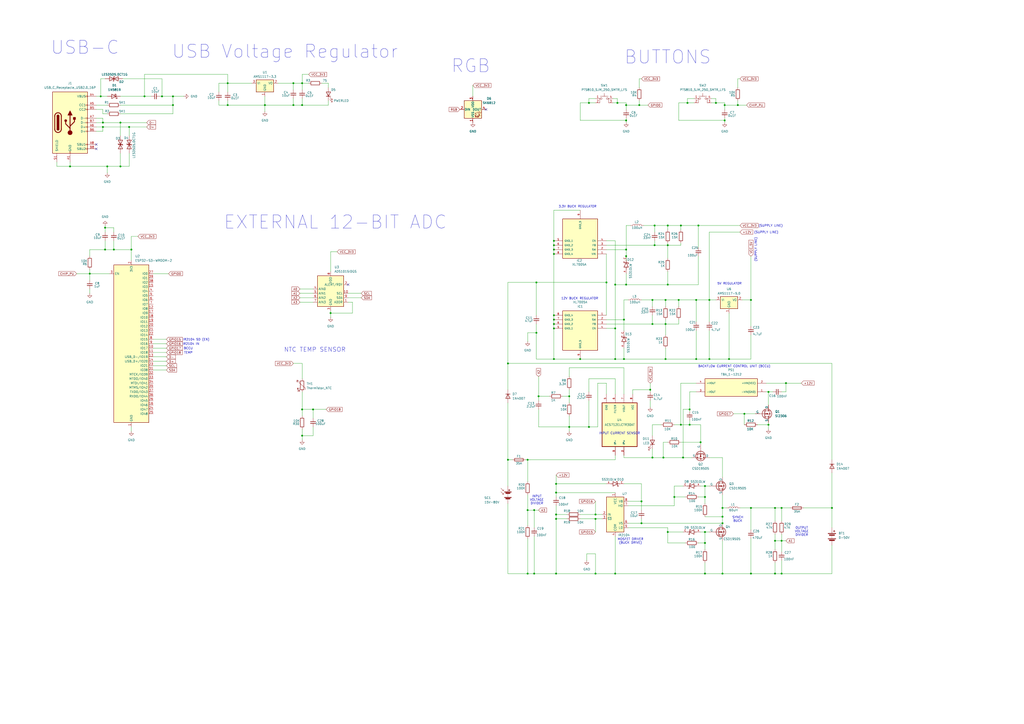
<source format=kicad_sch>
(kicad_sch (version 20231120) (generator "eeschema") (generator_version "8.0")
  (paper "A2")
  (title_block (title "ESP32-S3_BASE") (date "2024-02-28") (rev "1.0") (company "Scott Hendricks"))
  (junction (at 419.1 332.74))
  (junction (at 391.16 288.29))
  (junction (at 411.48 173.99))
  (junction (at 321.31 139.7))
  (junction (at 387.35 130.81))
  (junction (at 52.07 158.75))
  (junction (at 379.73 130.81))
  (junction (at 419.1 303.53))
  (junction (at 372.11 290.83))
  (junction (at 386.08 187.96))
  (junction (at 386.08 208.28))
  (junction (at 356.87 208.28))
  (junction (at 345.44 298.45))
  (junction (at 449.58 294.64))
  (junction (at 363.22 165.1))
  (junction (at 100.33 55.88))
  (junction (at 322.58 298.45))
  (junction (at 170.18 60.96))
  (junction (at 93.98 55.88))
  (junction (at 351.79 163.83))
  (junction (at 322.58 285.75))
  (junction (at 341.63 59.69))
  (junction (at 405.13 130.81))
  (junction (at 356.87 165.1))
  (junction (at 363.22 148.59))
  (junction (at 420.37 69.85))
  (junction (at 431.8 240.03))
  (junction (at 435.61 332.74))
  (junction (at 370.84 60.96))
  (junction (at 386.08 173.99))
  (junction (at 345.44 332.74))
  (junction (at 378.46 173.99))
  (junction (at 336.55 208.28))
  (junction (at 378.46 187.96))
  (junction (at 420.37 60.96))
  (junction (at 59.69 71.12))
  (junction (at 294.64 210.82))
  (junction (at 358.14 59.69))
  (junction (at 387.35 308.61))
  (junction (at 396.24 265.43))
  (junction (at 361.95 208.28))
  (junction (at 406.4 256.54))
  (junction (at 132.08 48.26))
  (junction (at 40.64 96.52))
  (junction (at 356.87 332.74))
  (junction (at 311.15 193.04))
  (junction (at 311.15 163.83))
  (junction (at 321.31 190.5))
  (junction (at 379.73 142.24))
  (junction (at 453.39 294.64))
  (junction (at 387.35 142.24))
  (junction (at 83.82 55.88))
  (junction (at 445.77 246.38))
  (junction (at 312.42 229.87))
  (junction (at 419.1 299.72))
  (junction (at 330.2 229.87))
  (junction (at 356.87 190.5))
  (junction (at 306.07 266.7))
  (junction (at 345.44 300.99))
  (junction (at 321.31 208.28))
  (junction (at 377.19 226.06))
  (junction (at 363.22 144.78))
  (junction (at 408.94 288.29))
  (junction (at 175.26 252.73))
  (junction (at 153.67 60.96))
  (junction (at 372.11 303.53))
  (junction (at 408.94 314.96))
  (junction (at 59.69 73.66))
  (junction (at 76.2 144.78))
  (junction (at 60.96 132.08))
  (junction (at 453.39 313.69))
  (junction (at 100.33 60.96))
  (junction (at 435.61 173.99))
  (junction (at 321.31 147.32))
  (junction (at 408.94 332.74))
  (junction (at 181.61 237.49))
  (junction (at 69.85 96.52))
  (junction (at 393.7 173.99))
  (junction (at 322.58 300.99))
  (junction (at 309.88 332.74))
  (junction (at 294.64 266.7))
  (junction (at 363.22 60.96))
  (junction (at 321.31 142.24))
  (junction (at 74.93 73.66))
  (junction (at 455.93 222.25))
  (junction (at 361.95 185.42))
  (junction (at 422.91 208.28))
  (junction (at 435.61 294.64))
  (junction (at 306.07 332.74))
  (junction (at 191.77 181.61))
  (junction (at 69.85 71.12))
  (junction (at 309.88 295.91))
  (junction (at 58.42 55.88))
  (junction (at 321.31 187.96))
  (junction (at 449.58 313.69))
  (junction (at 400.05 237.49))
  (junction (at 321.31 144.78))
  (junction (at 321.31 185.42))
  (junction (at 415.29 59.69))
  (junction (at 398.78 59.69))
  (junction (at 445.77 227.33))
  (junction (at 175.26 60.96))
  (junction (at 306.07 295.91))
  (junction (at 322.58 332.74))
  (junction (at 378.46 265.43))
  (junction (at 330.2 247.65))
  (junction (at 427.99 60.96))
  (junction (at 384.81 265.43))
  (junction (at 449.58 332.74))
  (junction (at 419.1 294.64))
  (junction (at 175.26 48.26))
  (junction (at 394.97 130.81))
  (junction (at 341.63 247.65))
  (junction (at 62.23 96.52))
  (junction (at 387.35 165.1))
  (junction (at 175.26 237.49))
  (junction (at 408.94 308.61))
  (junction (at 170.18 48.26))
  (junction (at 132.08 60.96))
  (junction (at 60.96 144.78))
  (junction (at 403.86 173.99))
  (junction (at 394.97 246.38))
  (junction (at 411.48 208.28))
  (junction (at 363.22 69.85))
  (junction (at 482.6 294.64))
  (junction (at 400.05 246.38))
  (junction (at 408.94 281.94))
  (junction (at 321.31 182.88))
  (junction (at 403.86 208.28))
  (junction (at 66.04 144.78))
  (junction (at 453.39 332.74))
  (junction (at 322.58 280.67))
  (no_connect (at 281.94 63.5))
  (no_connect (at 55.88 83.82))
  (no_connect (at 55.88 86.36))
  (no_connect (at 201.93 165.1))
  (wire (pts (xy 88.9 201.93) (xy 96.52 201.93)))
  (wire (pts (xy 387.35 256.54) (xy 384.81 256.54)))
  (wire (pts (xy 364.49 306.07) (xy 387.35 306.07)))
  (wire (pts (xy 364.49 173.99) (xy 361.95 173.99)))
  (wire (pts (xy 336.55 298.45) (xy 345.44 298.45)))
  (wire (pts (xy 309.88 311.15) (xy 309.88 332.74)))
  (wire (pts (xy 378.46 177.8) (xy 378.46 173.99)))
  (wire (pts (xy 341.63 219.71) (xy 356.87 219.71)))
  (wire (pts (xy 311.15 193.04) (xy 311.15 208.28)))
  (wire (pts (xy 52.07 148.59) (xy 52.07 144.78)))
  (wire (pts (xy 69.85 71.12) (xy 85.09 71.12)))
  (wire (pts (xy 387.35 142.24) (xy 379.73 142.24)))
  (wire (pts (xy 312.42 229.87) (xy 318.77 229.87)))
  (wire (pts (xy 59.69 73.66) (xy 59.69 76.2)))
  (wire (pts (xy 444.5 227.33) (xy 445.77 227.33)))
  (wire (pts (xy 55.88 55.88) (xy 58.42 55.88)))
  (wire (pts (xy 351.79 144.78) (xy 363.22 144.78)))
  (wire (pts (xy 351.79 147.32) (xy 351.79 163.83)))
  (wire (pts (xy 482.6 210.82) (xy 294.64 210.82)))
  (wire (pts (xy 191.77 146.05) (xy 195.58 146.05)))
  (wire (pts (xy 127 48.26) (xy 127 53.34)))
  (wire (pts (xy 341.63 247.65) (xy 330.2 247.65)))
  (wire (pts (xy 415.29 57.15) (xy 415.29 59.69)))
  (wire (pts (xy 330.2 226.06) (xy 330.2 229.87)))
  (wire (pts (xy 322.58 298.45) (xy 322.58 300.99)))
  (wire (pts (xy 175.26 252.73) (xy 175.26 255.27)))
  (wire (pts (xy 435.61 173.99) (xy 435.61 189.23)))
  (wire (pts (xy 400.05 227.33) (xy 400.05 237.49)))
  (wire (pts (xy 387.35 130.81) (xy 379.73 130.81)))
  (wire (pts (xy 132.08 60.96) (xy 127 60.96)))
  (wire (pts (xy 306.07 295.91) (xy 306.07 304.8)))
  (wire (pts (xy 453.39 302.26) (xy 453.39 294.64)))
  (wire (pts (xy 406.4 281.94) (xy 408.94 281.94)))
  (wire (pts (xy 386.08 187.96) (xy 386.08 194.31)))
  (wire (pts (xy 181.61 247.65) (xy 181.61 252.73)))
  (wire (pts (xy 466.09 294.64) (xy 482.6 294.64)))
  (wire (pts (xy 175.26 48.26) (xy 179.07 48.26)))
  (wire (pts (xy 341.63 232.41) (xy 341.63 247.65)))
  (wire (pts (xy 345.44 298.45) (xy 349.25 298.45)))
  (wire (pts (xy 40.64 96.52) (xy 62.23 96.52)))
  (wire (pts (xy 377.19 226.06) (xy 377.19 227.33)))
  (wire (pts (xy 412.75 57.15) (xy 415.29 57.15)))
  (wire (pts (xy 191.77 180.34) (xy 191.77 181.61)))
  (wire (pts (xy 175.26 60.96) (xy 190.5 60.96)))
  (wire (pts (xy 330.2 229.87) (xy 330.2 233.68)))
  (wire (pts (xy 394.97 130.81) (xy 387.35 130.81)))
  (wire (pts (xy 393.7 177.8) (xy 393.7 173.99)))
  (wire (pts (xy 406.4 257.81) (xy 406.4 256.54)))
  (wire (pts (xy 132.08 48.26) (xy 132.08 53.34)))
  (wire (pts (xy 153.67 60.96) (xy 170.18 60.96)))
  (wire (pts (xy 88.9 212.09) (xy 96.52 212.09)))
  (wire (pts (xy 394.97 133.35) (xy 394.97 130.81)))
  (wire (pts (xy 175.26 48.26) (xy 170.18 48.26)))
  (wire (pts (xy 400.05 243.84) (xy 400.05 246.38)))
  (wire (pts (xy 175.26 210.82) (xy 175.26 219.71)))
  (wire (pts (xy 397.51 314.96) (xy 387.35 314.96)))
  (wire (pts (xy 83.82 43.18) (xy 83.82 55.88)))
  (wire (pts (xy 453.39 313.69) (xy 455.93 313.69)))
  (wire (pts (xy 408.94 288.29) (xy 408.94 292.1)))
  (wire (pts (xy 321.31 147.32) (xy 321.31 182.88)))
  (wire (pts (xy 364.49 290.83) (xy 372.11 290.83)))
  (wire (pts (xy 361.95 201.93) (xy 361.95 208.28)))
  (wire (pts (xy 377.19 232.41) (xy 377.19 236.22)))
  (wire (pts (xy 59.69 66.04) (xy 59.69 63.5)))
  (wire (pts (xy 330.2 247.65) (xy 330.2 250.19)))
  (wire (pts (xy 52.07 156.21) (xy 52.07 158.75)))
  (wire (pts (xy 445.77 234.95) (xy 445.77 227.33)))
  (wire (pts (xy 173.99 175.26) (xy 181.61 175.26)))
  (wire (pts (xy 92.71 55.88) (xy 93.98 55.88)))
  (wire (pts (xy 405.13 288.29) (xy 408.94 288.29)))
  (wire (pts (xy 66.04 139.7) (xy 66.04 144.78)))
  (wire (pts (xy 100.33 60.96) (xy 100.33 55.88)))
  (wire (pts (xy 355.6 57.15) (xy 358.14 57.15)))
  (wire (pts (xy 431.8 240.03) (xy 431.8 246.38)))
  (wire (pts (xy 60.96 132.08) (xy 60.96 130.81)))
  (wire (pts (xy 55.88 76.2) (xy 59.69 76.2)))
  (wire (pts (xy 363.22 158.75) (xy 363.22 165.1)))
  (wire (pts (xy 411.48 191.77) (xy 411.48 208.28)))
  (wire (pts (xy 356.87 208.28) (xy 361.95 208.28)))
  (wire (pts (xy 445.77 245.11) (xy 445.77 246.38)))
  (wire (pts (xy 201.93 172.72) (xy 209.55 172.72)))
  (wire (pts (xy 435.61 208.28) (xy 435.61 194.31)))
  (wire (pts (xy 297.18 266.7) (xy 294.64 266.7)))
  (wire (pts (xy 387.35 133.35) (xy 387.35 130.81)))
  (wire (pts (xy 420.37 60.96) (xy 420.37 63.5)))
  (wire (pts (xy 393.7 187.96) (xy 386.08 187.96)))
  (wire (pts (xy 356.87 264.16) (xy 356.87 266.7)))
  (wire (pts (xy 403.86 208.28) (xy 411.48 208.28)))
  (wire (pts (xy 361.95 173.99) (xy 361.95 185.42)))
  (wire (pts (xy 394.97 130.81) (xy 405.13 130.81)))
  (wire (pts (xy 74.93 73.66) (xy 74.93 78.74)))
  (wire (pts (xy 378.46 173.99) (xy 372.11 173.99)))
  (wire (pts (xy 170.18 60.96) (xy 175.26 60.96)))
  (wire (pts (xy 321.31 182.88) (xy 321.31 185.42)))
  (wire (pts (xy 69.85 96.52) (xy 62.23 96.52)))
  (wire (pts (xy 161.29 48.26) (xy 170.18 48.26)))
  (wire (pts (xy 33.02 93.98) (xy 33.02 96.52)))
  (wire (pts (xy 175.26 252.73) (xy 175.26 248.92)))
  (wire (pts (xy 321.31 121.92) (xy 321.31 139.7)))
  (wire (pts (xy 453.39 309.88) (xy 453.39 313.69)))
  (wire (pts (xy 322.58 275.59) (xy 322.58 280.67)))
  (wire (pts (xy 71.12 45.72) (xy 93.98 45.72)))
  (wire (pts (xy 340.36 321.31) (xy 345.44 321.31)))
  (wire (pts (xy 361.95 265.43) (xy 378.46 265.43)))
  (wire (pts (xy 345.44 332.74) (xy 356.87 332.74)))
  (wire (pts (xy 322.58 298.45) (xy 328.93 298.45)))
  (wire (pts (xy 309.88 332.74) (xy 322.58 332.74)))
  (wire (pts (xy 408.94 288.29) (xy 408.94 281.94)))
  (wire (pts (xy 345.44 308.61) (xy 345.44 300.99)))
  (wire (pts (xy 190.5 58.42) (xy 190.5 60.96)))
  (wire (pts (xy 74.93 88.9) (xy 74.93 96.52)))
  (wire (pts (xy 403.86 173.99) (xy 411.48 173.99)))
  (wire (pts (xy 422.91 208.28) (xy 435.61 208.28)))
  (wire (pts (xy 306.07 198.12) (xy 306.07 193.04)))
  (wire (pts (xy 449.58 313.69) (xy 453.39 313.69)))
  (wire (pts (xy 482.6 316.23) (xy 482.6 332.74)))
  (wire (pts (xy 372.11 303.53) (xy 419.1 303.53)))
  (wire (pts (xy 363.22 69.85) (xy 363.22 71.12)))
  (wire (pts (xy 76.2 250.19) (xy 76.2 247.65)))
  (wire (pts (xy 455.93 227.33) (xy 455.93 222.25)))
  (wire (pts (xy 191.77 181.61) (xy 191.77 184.15)))
  (wire (pts (xy 361.95 208.28) (xy 386.08 208.28)))
  (wire (pts (xy 175.26 227.33) (xy 175.26 237.49)))
  (wire (pts (xy 386.08 187.96) (xy 378.46 187.96)))
  (wire (pts (xy 396.24 237.49) (xy 400.05 237.49)))
  (wire (pts (xy 419.1 294.64) (xy 419.1 299.72)))
  (wire (pts (xy 411.48 134.62) (xy 411.48 173.99)))
  (wire (pts (xy 336.55 59.69) (xy 336.55 69.85)))
  (wire (pts (xy 370.84 50.8) (xy 370.84 45.72)))
  (wire (pts (xy 408.94 299.72) (xy 419.1 299.72)))
  (wire (pts (xy 341.63 59.69) (xy 336.55 59.69)))
  (wire (pts (xy 420.37 69.85) (xy 420.37 71.12)))
  (wire (pts (xy 356.87 311.15) (xy 356.87 332.74)))
  (wire (pts (xy 44.45 158.75) (xy 52.07 158.75)))
  (wire (pts (xy 419.1 294.64) (xy 421.64 294.64)))
  (wire (pts (xy 60.96 139.7) (xy 60.96 144.78)))
  (wire (pts (xy 387.35 142.24) (xy 387.35 149.86)))
  (wire (pts (xy 146.05 48.26) (xy 132.08 48.26)))
  (wire (pts (xy 482.6 210.82) (xy 482.6 266.7)))
  (wire (pts (xy 398.78 57.15) (xy 402.59 57.15)))
  (wire (pts (xy 83.82 43.18) (xy 132.08 43.18)))
  (wire (pts (xy 175.26 237.49) (xy 175.26 241.3)))
  (wire (pts (xy 153.67 60.96) (xy 153.67 64.77)))
  (wire (pts (xy 358.14 57.15) (xy 358.14 59.69)))
  (wire (pts (xy 100.33 66.04) (xy 100.33 60.96)))
  (wire (pts (xy 415.29 59.69) (xy 420.37 59.69)))
  (wire (pts (xy 420.37 59.69) (xy 420.37 60.96)))
  (wire (pts (xy 387.35 157.48) (xy 387.35 165.1)))
  (wire (pts (xy 422.91 181.61) (xy 422.91 208.28)))
  (wire (pts (xy 358.14 59.69) (xy 363.22 59.69)))
  (wire (pts (xy 306.07 287.02) (xy 306.07 295.91)))
  (wire (pts (xy 449.58 294.64) (xy 449.58 302.26)))
  (wire (pts (xy 52.07 167.64) (xy 52.07 170.18)))
  (wire (pts (xy 346.71 247.65) (xy 341.63 247.65)))
  (wire (pts (xy 294.64 292.1) (xy 294.64 332.74)))
  (wire (pts (xy 435.61 332.74) (xy 419.1 332.74)))
  (wire (pts (xy 367.03 226.06) (xy 377.19 226.06)))
  (wire (pts (xy 445.77 246.38) (xy 439.42 246.38)))
  (wire (pts (xy 406.4 308.61) (xy 408.94 308.61)))
  (wire (pts (xy 351.79 185.42) (xy 361.95 185.42)))
  (wire (pts (xy 361.95 265.43) (xy 361.95 264.16)))
  (wire (pts (xy 309.88 295.91) (xy 309.88 306.07)))
  (wire (pts (xy 175.26 237.49) (xy 181.61 237.49)))
  (wire (pts (xy 88.9 204.47) (xy 96.52 204.47)))
  (wire (pts (xy 294.64 210.82) (xy 294.64 163.83)))
  (wire (pts (xy 427.99 45.72) (xy 429.26 45.72)))
  (wire (pts (xy 419.1 332.74) (xy 408.94 332.74)))
  (wire (pts (xy 351.79 142.24) (xy 379.73 142.24)))
  (wire (pts (xy 356.87 285.75) (xy 322.58 285.75)))
  (wire (pts (xy 406.4 256.54) (xy 394.97 256.54)))
  (wire (pts (xy 411.48 208.28) (xy 422.91 208.28)))
  (wire (pts (xy 201.93 175.26) (xy 204.47 175.26)))
  (wire (pts (xy 372.11 290.83) (xy 372.11 295.91)))
  (wire (pts (xy 59.69 63.5) (xy 55.88 63.5)))
  (wire (pts (xy 408.94 308.61) (xy 411.48 308.61)))
  (wire (pts (xy 394.97 222.25) (xy 394.97 246.38)))
  (wire (pts (xy 419.1 265.43) (xy 419.1 276.86)))
  (wire (pts (xy 181.61 237.49) (xy 189.23 237.49)))
  (wire (pts (xy 391.16 288.29) (xy 391.16 281.94)))
  (wire (pts (xy 372.11 280.67) (xy 372.11 290.83)))
  (wire (pts (xy 322.58 280.67) (xy 351.79 280.67)))
  (wire (pts (xy 74.93 96.52) (xy 69.85 96.52)))
  (wire (pts (xy 391.16 288.29) (xy 397.51 288.29)))
  (wire (pts (xy 444.5 222.25) (xy 455.93 222.25)))
  (wire (pts (xy 363.22 68.58) (xy 363.22 69.85)))
  (wire (pts (xy 393.7 185.42) (xy 393.7 187.96)))
  (wire (pts (xy 372.11 300.99) (xy 372.11 303.53)))
  (wire (pts (xy 321.31 190.5) (xy 321.31 208.28)))
  (wire (pts (xy 408.94 314.96) (xy 408.94 308.61)))
  (wire (pts (xy 351.79 163.83) (xy 311.15 163.83)))
  (wire (pts (xy 345.44 290.83) (xy 345.44 298.45)))
  (wire (pts (xy 386.08 208.28) (xy 403.86 208.28)))
  (wire (pts (xy 294.64 163.83) (xy 311.15 163.83)))
  (wire (pts (xy 356.87 165.1) (xy 356.87 190.5)))
  (wire (pts (xy 69.85 71.12) (xy 69.85 78.74)))
  (wire (pts (xy 52.07 144.78) (xy 60.96 144.78)))
  (wire (pts (xy 306.07 312.42) (xy 306.07 332.74)))
  (wire (pts (xy 393.7 173.99) (xy 386.08 173.99)))
  (wire (pts (xy 153.67 60.96) (xy 132.08 60.96)))
  (wire (pts (xy 306.07 332.74) (xy 309.88 332.74)))
  (wire (pts (xy 181.61 237.49) (xy 181.61 242.57)))
  (wire (pts (xy 190.5 48.26) (xy 190.5 50.8)))
  (wire (pts (xy 294.64 226.06) (xy 294.64 210.82)))
  (wire (pts (xy 55.88 60.96) (xy 62.23 60.96)))
  (wire (pts (xy 364.49 293.37) (xy 391.16 293.37)))
  (wire (pts (xy 482.6 274.32) (xy 482.6 294.64)))
  (wire (pts (xy 306.07 266.7) (xy 304.8 266.7)))
  (wire (pts (xy 345.44 300.99) (xy 349.25 300.99)))
  (wire (pts (xy 419.1 313.69) (xy 419.1 332.74)))
  (wire (pts (xy 406.4 246.38) (xy 406.4 256.54)))
  (wire (pts (xy 363.22 165.1) (xy 387.35 165.1)))
  (wire (pts (xy 321.31 144.78) (xy 321.31 147.32)))
  (wire (pts (xy 69.85 60.96) (xy 100.33 60.96)))
  (wire (pts (xy 351.79 163.83) (xy 351.79 182.88)))
  (wire (pts (xy 394.97 140.97) (xy 394.97 142.24)))
  (wire (pts (xy 58.42 55.88) (xy 62.23 55.88)))
  (wire (pts (xy 341.63 57.15) (xy 345.44 57.15)))
  (wire (pts (xy 294.64 266.7) (xy 294.64 281.94)))
  (wire (pts (xy 429.26 294.64) (xy 435.61 294.64)))
  (wire (pts (xy 394.97 142.24) (xy 387.35 142.24)))
  (wire (pts (xy 59.69 71.12) (xy 69.85 71.12)))
  (wire (pts (xy 80.01 137.16) (xy 76.2 137.16)))
  (wire (pts (xy 405.13 314.96) (xy 408.94 314.96)))
  (wire (pts (xy 411.48 173.99) (xy 411.48 186.69)))
  (wire (pts (xy 387.35 140.97) (xy 387.35 142.24)))
  (wire (pts (xy 321.31 185.42) (xy 321.31 187.96)))
  (wire (pts (xy 345.44 321.31) (xy 345.44 332.74)))
  (wire (pts (xy 445.77 227.33) (xy 448.31 227.33)))
  (wire (pts (xy 393.7 69.85) (xy 420.37 69.85)))
  (wire (pts (xy 363.22 144.78) (xy 363.22 148.59)))
  (wire (pts (xy 60.96 132.08) (xy 60.96 134.62)))
  (wire (pts (xy 412.75 59.69) (xy 415.29 59.69)))
  (wire (pts (xy 384.81 256.54) (xy 384.81 265.43)))
  (wire (pts (xy 387.35 306.07) (xy 387.35 308.61)))
  (wire (pts (xy 52.07 158.75) (xy 52.07 162.56)))
  (wire (pts (xy 58.42 45.72) (xy 58.42 55.88)))
  (wire (pts (xy 191.77 181.61) (xy 204.47 181.61)))
  (wire (pts (xy 336.55 208.28) (xy 356.87 208.28)))
  (wire (pts (xy 356.87 190.5) (xy 356.87 208.28)))
  (wire (pts (xy 356.87 165.1) (xy 363.22 165.1)))
  (wire (pts (xy 76.2 151.13) (xy 76.2 144.78)))
  (wire (pts (xy 179.07 43.18) (xy 175.26 43.18)))
  (wire (pts (xy 386.08 185.42) (xy 386.08 187.96)))
  (wire (pts (xy 482.6 332.74) (xy 453.39 332.74)))
  (wire (pts (xy 66.04 132.08) (xy 60.96 132.08)))
  (wire (pts (xy 330.2 241.3) (xy 330.2 247.65)))
  (wire (pts (xy 55.88 71.12) (xy 59.69 71.12)))
  (wire (pts (xy 449.58 326.39) (xy 449.58 332.74)))
  (wire (pts (xy 351.79 228.6) (xy 351.79 222.25)))
  (wire (pts (xy 403.86 191.77) (xy 403.86 208.28)))
  (wire (pts (xy 427.99 60.96) (xy 433.07 60.96)))
  (wire (pts (xy 132.08 48.26) (xy 127 48.26)))
  (wire (pts (xy 351.79 139.7) (xy 356.87 139.7)))
  (wire (pts (xy 153.67 55.88) (xy 153.67 60.96)))
  (wire (pts (xy 438.15 240.03) (xy 431.8 240.03)))
  (wire (pts (xy 379.73 142.24) (xy 379.73 139.7)))
  (wire (pts (xy 386.08 177.8) (xy 386.08 173.99)))
  (wire (pts (xy 411.48 265.43) (xy 419.1 265.43)))
  (wire (pts (xy 322.58 300.99) (xy 328.93 300.99)))
  (wire (pts (xy 170.18 57.15) (xy 170.18 60.96)))
  (wire (pts (xy 312.42 218.44) (xy 312.42 229.87)))
  (wire (pts (xy 322.58 332.74) (xy 345.44 332.74)))
  (wire (pts (xy 88.9 199.39) (xy 96.52 199.39)))
  (wire (pts (xy 186.69 48.26) (xy 190.5 48.26)))
  (wire (pts (xy 363.22 59.69) (xy 363.22 60.96)))
  (wire (pts (xy 306.07 193.04) (xy 311.15 193.04)))
  (wire (pts (xy 127 58.42) (xy 127 60.96)))
  (wire (pts (xy 402.59 59.69) (xy 398.78 59.69)))
  (wire (pts (xy 377.19 222.25) (xy 377.19 226.06)))
  (wire (pts (xy 321.31 208.28) (xy 336.55 208.28)))
  (wire (pts (xy 361.95 185.42) (xy 361.95 191.77)))
  (wire (pts (xy 370.84 45.72) (xy 372.11 45.72)))
  (wire (pts (xy 364.49 303.53) (xy 372.11 303.53)))
  (wire (pts (xy 341.63 219.71) (xy 341.63 227.33)))
  (wire (pts (xy 419.1 287.02) (xy 419.1 294.64)))
  (wire (pts (xy 365.76 130.81) (xy 363.22 130.81)))
  (wire (pts (xy 132.08 43.18) (xy 132.08 48.26)))
  (wire (pts (xy 405.13 130.81) (xy 429.26 130.81)))
  (wire (pts (xy 405.13 130.81) (xy 405.13 143.51)))
  (wire (pts (xy 363.22 151.13) (xy 363.22 148.59)))
  (wire (pts (xy 379.73 130.81) (xy 373.38 130.81)))
  (wire (pts (xy 361.95 213.36) (xy 361.95 228.6)))
  (wire (pts (xy 173.99 172.72) (xy 181.61 172.72)))
  (wire (pts (xy 420.37 68.58) (xy 420.37 69.85)))
  (wire (pts (xy 453.39 325.12) (xy 453.39 332.74)))
  (wire (pts (xy 88.9 209.55) (xy 96.52 209.55)))
  (wire (pts (xy 398.78 59.69) (xy 393.7 59.69)))
  (wire (pts (xy 431.8 240.03) (xy 425.45 240.03)))
  (wire (pts (xy 427.99 58.42) (xy 427.99 60.96)))
  (wire (pts (xy 396.24 265.43) (xy 401.32 265.43)))
  (wire (pts (xy 387.35 165.1) (xy 405.13 165.1)))
  (wire (pts (xy 311.15 208.28) (xy 321.31 208.28)))
  (wire (pts (xy 63.5 158.75) (xy 52.07 158.75)))
  (wire (pts (xy 55.88 68.58) (xy 59.69 68.58)))
  (wire (pts (xy 66.04 144.78) (xy 76.2 144.78)))
  (wire (pts (xy 370.84 58.42) (xy 370.84 60.96)))
  (wire (pts (xy 170.18 48.26) (xy 170.18 52.07)))
  (wire (pts (xy 408.94 326.39) (xy 408.94 332.74)))
  (wire (pts (xy 306.07 295.91) (xy 309.88 295.91)))
  (wire (pts (xy 411.48 173.99) (xy 415.29 173.99)))
  (wire (pts (xy 378.46 246.38) (xy 378.46 252.73)))
  (wire (pts (xy 55.88 73.66) (xy 59.69 73.66)))
  (wire (pts (xy 294.64 266.7) (xy 294.64 233.68)))
  (wire (pts (xy 419.1 299.72) (xy 419.1 303.53)))
  (wire (pts (xy 453.39 313.69) (xy 453.39 320.04)))
  (wire (pts (xy 379.73 134.62) (xy 379.73 130.81)))
  (wire (pts (xy 398.78 57.15) (xy 398.78 59.69)))
  (wire (pts (xy 40.64 93.98) (xy 40.64 96.52)))
  (wire (pts (xy 175.26 57.15) (xy 175.26 60.96)))
  (wire (pts (xy 173.99 170.18) (xy 181.61 170.18)))
  (wire (pts (xy 387.35 314.96) (xy 387.35 308.61)))
  (wire (pts (xy 455.93 222.25) (xy 464.82 222.25)))
  (wire (pts (xy 356.87 139.7) (xy 356.87 165.1)))
  (wire (pts (xy 321.31 139.7) (xy 321.31 142.24)))
  (wire (pts (xy 445.77 246.38) (xy 445.77 248.92)))
  (wire (pts (xy 74.93 73.66) (xy 85.09 73.66)))
  (wire (pts (xy 201.93 170.18) (xy 209.55 170.18)))
  (wire (pts (xy 355.6 59.69) (xy 358.14 59.69)))
  (wire (pts (xy 326.39 229.87) (xy 330.2 229.87)))
  (wire (pts (xy 83.82 55.88) (xy 87.63 55.88)))
  (wire (pts (xy 88.9 158.75) (xy 97.79 158.75)))
  (wire (pts (xy 88.9 207.01) (xy 96.52 207.01)))
  (wire (pts (xy 351.79 187.96) (xy 378.46 187.96)))
  (wire (pts (xy 93.98 55.88) (xy 100.33 55.88)))
  (wire (pts (xy 449.58 332.74) (xy 435.61 332.74)))
  (wire (pts (xy 76.2 137.16) (xy 76.2 144.78)))
  (wire (pts (xy 361.95 280.67) (xy 372.11 280.67)))
  (wire (pts (xy 430.53 173.99) (xy 435.61 173.99)))
  (wire (pts (xy 391.16 281.94) (xy 396.24 281.94)))
  (wire (pts (xy 100.33 55.88) (xy 106.68 55.88)))
  (wire (pts (xy 400.05 227.33) (xy 403.86 227.33)))
  (wire (pts (xy 330.2 247.65) (xy 312.42 247.65)))
  (wire (pts (xy 453.39 294.64) (xy 458.47 294.64)))
  (wire (pts (xy 435.61 148.59) (xy 435.61 173.99)))
  (wire (pts (xy 336.55 121.92) (xy 321.31 121.92)))
  (wire (pts (xy 356.87 332.74) (xy 408.94 332.74)))
  (wire (pts (xy 435.61 312.42) (xy 435.61 332.74)))
  (wire (pts (xy 449.58 309.88) (xy 449.58 313.69)))
  (wire (pts (xy 453.39 227.33) (xy 455.93 227.33)))
  (wire (pts (xy 309.88 295.91) (xy 312.42 295.91)))
  (wire (pts (xy 383.54 246.38) (xy 378.46 246.38)))
  (wire (pts (xy 449.58 313.69) (xy 449.58 318.77)))
  (wire (pts (xy 482.6 294.64) (xy 482.6 306.07)))
  (wire (pts (xy 391.16 246.38) (xy 394.97 246.38)))
  (wire (pts (xy 363.22 60.96) (xy 363.22 63.5)))
  (wire (pts (xy 62.23 96.52) (xy 62.23 100.33)))
  (wire (pts (xy 341.63 57.15) (xy 341.63 59.69)))
  (wire (pts (xy 356.87 228.6) (xy 356.87 219.71)))
  (wire (pts (xy 400.05 238.76) (xy 400.05 237.49)))
  (wire (pts (xy 175.26 52.07) (xy 175.26 48.26)))
  (wire (pts (xy 363.22 130.81) (xy 363.22 144.78)))
  (wire (pts (xy 394.97 222.25) (xy 403.86 222.25)))
  (wire (pts (xy 435.61 294.64) (xy 435.61 307.34)))
  (wire (pts (xy 386.08 201.93) (xy 386.08 208.28)))
  (wire (pts (xy 393.7 173.99) (xy 403.86 173.99)))
  (wire (pts (xy 435.61 294.64) (xy 449.58 294.64)))
  (wire (pts (xy 340.36 325.12) (xy 340.36 321.31)))
  (wire (pts (xy 60.96 45.72) (xy 58.42 45.72)))
  (wire (pts (xy 336.55 300.99) (xy 345.44 300.99)))
  (wire (pts (xy 59.69 66.04) (xy 62.23 66.04)))
  (wire (pts (xy 306.07 266.7) (xy 306.07 279.4)))
  (wire (pts (xy 69.85 88.9) (xy 69.85 96.52)))
  (wire (pts (xy 69.85 55.88) (xy 83.82 55.88)))
  (wire (pts (xy 387.35 308.61) (xy 396.24 308.61)))
  (wire (pts (xy 378.46 260.35) (xy 378.46 265.43)))
  (wire (pts (xy 346.71 222.25) (xy 346.71 247.65)))
  (wire (pts (xy 175.26 43.18) (xy 175.26 48.26)))
  (wire (pts (xy 60.96 144.78) (xy 66.04 144.78)))
  (wire (pts (xy 321.31 142.24) (xy 321.31 144.78)))
  (wire (pts (xy 363.22 60.96) (xy 370.84 60.96)))
  (wire (pts (xy 170.18 210.82) (xy 175.26 210.82)))
  (wire (pts (xy 403.86 173.99) (xy 403.86 186.69)))
  (wire (pts (xy 391.16 293.37) (xy 391.16 288.29)))
  (wire (pts (xy 400.05 246.38) (xy 406.4 246.38)))
  (wire (pts (xy 322.58 280.67) (xy 322.58 285.75)))
  (wire (pts (xy 322.58 285.75) (xy 322.58 288.29)))
  (wire (pts (xy 351.79 222.25) (xy 346.71 222.25)))
  (wire (pts (xy 356.87 266.7) (xy 306.07 266.7)))
  (wire (pts (xy 191.77 146.05) (xy 191.77 157.48)))
  (wire (pts (xy 322.58 293.37) (xy 322.58 298.45)))
  (wire (pts (xy 405.13 148.59) (xy 405.13 165.1)))
  (wire (pts (xy 393.7 59.69) (xy 393.7 69.85)))
  (wire (pts (xy 386.08 173.99) (xy 378.46 173.99)))
  (wire (pts (xy 181.61 252.73) (xy 175.26 252.73)))
  (wire (pts (xy 378.46 187.96) (xy 378.46 182.88)))
  (wire (pts (xy 449.58 294.64) (xy 453.39 294.64)))
  (wire (pts (xy 69.85 66.04) (xy 100.33 66.04)))
  (wire (pts (xy 330.2 213.36) (xy 361.95 213.36)))
  (wire (pts (xy 312.42 229.87) (xy 312.42 232.41)))
  (wire (pts (xy 33.02 96.52) (xy 40.64 96.52)))
  (wire (pts (xy 429.26 134.62) (xy 411.48 134.62)))
  (wire (pts (xy 408.94 281.94) (xy 411.48 281.94)))
  (wire (pts (xy 370.84 60.96) (xy 375.92 60.96)))
  (wire (pts (xy 311.15 182.88) (xy 311.15 163.83)))
  (wire (pts (xy 312.42 237.49) (xy 312.42 247.65)))
  (wire (pts (xy 367.03 228.6) (xy 367.03 226.06)))
  (wire (pts (xy 453.39 332.74) (xy 449.58 332.74)))
  (wire (pts (xy 408.94 314.96) (xy 408.94 318.77)))
  (wire (pts (xy 351.79 190.5) (xy 356.87 190.5)))
  (wire (pts (xy 204.47 175.26) (xy 204.47 181.61)))
  (wire (pts (xy 294.64 332.74) (xy 306.07 332.74)))
  (wire (pts (xy 322.58 300.99) (xy 322.58 332.74)))
  (wire (pts (xy 173.99 167.64) (xy 181.61 167.64)))
  (wire (pts (xy 88.9 214.63) (xy 96.52 214.63)))
  (wire (pts (xy 88.9 196.85) (xy 96.52 196.85)))
  (wire (pts (xy 396.24 237.49) (xy 396.24 265.43)))
  (wire (pts (xy 311.15 187.96) (xy 311.15 193.04)))
  (wire (pts (xy 321.31 187.96) (xy 321.31 190.5)))
  (wire (pts (xy 378.46 265.43) (xy 384.81 265.43)))
  (wire (pts (xy 93.98 45.72) (xy 93.98 55.88)))
  (wire (pts (xy 336.55 69.85) (xy 363.22 69.85)))
  (wire (pts (xy 274.32 49.53) (xy 274.32 55.88)))
  (wire (pts (xy 420.37 60.96) (xy 427.99 60.96)))
  (wire (pts (xy 59.69 73.66) (xy 74.93 73.66)))
  (wire (pts (xy 427.99 50.8) (xy 427.99 45.72)))
  (wire (pts (xy 345.44 59.69) (xy 341.63 59.69)))
  (wire (pts (xy 59.69 68.58) (xy 59.69 71.12)))
  (wire (pts (xy 384.81 265.43) (xy 396.24 265.43)))
  (wire (pts (xy 66.04 134.62) (xy 66.04 132.08)))
  (wire (pts (xy 330.2 218.44) (xy 330.2 213.36)))
  (wire (pts (xy 132.08 58.42) (xy 132.08 60.96)))
  (wire (pts (xy 394.97 246.38) (xy 400.05 246.38)))
  (text "SYNCH\nBUCK" (at 427.99 301.244 0) (effects (font (size 1.27 1.27))))
  (text "IR2104 SD (EN)\n\n" (at 113.792 198.12 0) (effects (font (size 1.27 1.27))))
  (text "(SUPPLY LINE)\n" (at 438.404 144.78 90) (effects (font (size 1.27 1.27))))
  (text "USB-C" (at 49.276 27.686 0) (effects (font (size 7.62 7.62))))
  (text "(SUPPLY LINE)\n" (at 444.5 134.874 0) (effects (font (size 1.27 1.27))))
  (text "RGB\n" (at 273.05 38.354 0) (effects (font (size 7.62 7.62))))
  (text "IR2104 IN\n" (at 110.744 199.644 0) (effects (font (size 1.27 1.27))))
  (text "BACKFLOW CURRENT CONTROL UNIT (BCCU)" (at 425.958 212.598 0) (effects (font (size 1.27 1.27))))
  (text "NTC TEMP SENSOR" (at 182.626 202.946 0) (effects (font (size 2.54 2.54))))
  (text "INPUT CURRENT SENSOR\n" (at 359.41 251.46 0) (effects (font (size 1.27 1.27))))
  (text "BCCU\n" (at 109.22 202.184 0) (effects (font (size 1.27 1.27))))
  (text "USB Voltage Regulator\n" (at 165.354 29.972 0) (effects (font (size 7.62 7.62))))
  (text "MOSFET DRIVER\n(BUCK DRIVE)" (at 365.76 313.944 0) (effects (font (size 1.27 1.27))))
  (text "BUTTONS\n" (at 387.35 33.274 0) (effects (font (size 7.62 7.62))))
  (text "INPUT\nVOLTAGE\nDIVIDER" (at 311.404 290.068 0) (effects (font (size 1.27 1.27))))
  (text "EXTERNAL 12-BIT ADC" (at 194.564 129.032 0) (effects (font (size 7.62 7.62))))
  (text "3.3V BUCK REGULATOR\n" (at 335.026 119.888 0) (effects (font (size 1.27 1.27))))
  (text "TEMP" (at 109.22 204.724 0) (effects (font (size 1.27 1.27))))
  (text "5V REGULATOR\n" (at 423.164 164.592 0) (effects (font (size 1.27 1.27))))
  (text "OUTPUT\nVOLTAGE\nDIVIDER" (at 465.074 308.356 0) (effects (font (size 1.27 1.27))))
  (text "(SUPPLY LINE)\n" (at 447.04 131.064 0) (effects (font (size 1.27 1.27))))
  (text "12V BUCK REGULATOR\n" (at 336.296 173.228 0) (effects (font (size 1.27 1.27))))
  (global_label "GPIO15" (shape input) (at 345.44 308.61 180) (property "Intersheetrefs" "${INTERSHEET_REFS}" (effects (hide yes))))
  (global_label "+12V" (shape input) (at 429.26 134.62 0) (property "Intersheetrefs" "${INTERSHEET_REFS}" (effects (hide yes))))
  (global_label "D+" (shape input) (at 96.52 209.55 0) (property "Intersheetrefs" "${INTERSHEET_REFS}" (effects (hide yes))))
  (global_label "VCC_3V3" (shape input) (at 179.07 43.18 0) (property "Intersheetrefs" "${INTERSHEET_REFS}" (effects (hide yes))))
  (global_label "VCC_3V3" (shape input) (at 170.18 210.82 180) (property "Intersheetrefs" "${INTERSHEET_REFS}" (effects (hide yes))))
  (global_label "GPIO16" (shape input) (at 96.52 199.39 0) (property "Intersheetrefs" "${INTERSHEET_REFS}" (effects (hide yes))))
  (global_label "GPIO18" (shape input) (at 189.23 237.49 0) (property "Intersheetrefs" "${INTERSHEET_REFS}" (effects (hide yes))))
  (global_label "VCC_3V3" (shape input) (at 80.01 137.16 0) (property "Intersheetrefs" "${INTERSHEET_REFS}" (effects (hide yes))))
  (global_label "GPIO17" (shape input) (at 425.45 240.03 180) (property "Intersheetrefs" "${INTERSHEET_REFS}" (effects (hide yes))))
  (global_label "VCC_3V3" (shape input) (at 429.26 45.72 0) (property "Intersheetrefs" "${INTERSHEET_REFS}" (effects (hide yes))))
  (global_label "A1" (shape input) (at 455.93 313.69 0) (property "Intersheetrefs" "${INTERSHEET_REFS}" (effects (hide yes))))
  (global_label "SCL" (shape input) (at 96.52 212.09 0) (property "Intersheetrefs" "${INTERSHEET_REFS}" (effects (hide yes))))
  (global_label "A3" (shape input) (at 173.99 175.26 180) (property "Intersheetrefs" "${INTERSHEET_REFS}" (effects (hide yes))))
  (global_label "+12V" (shape input) (at 322.58 275.59 0) (property "Intersheetrefs" "${INTERSHEET_REFS}" (effects (hide yes))))
  (global_label "GPIO0" (shape input) (at 375.92 60.96 0) (property "Intersheetrefs" "${INTERSHEET_REFS}" (effects (hide yes))))
  (global_label "GPIO17" (shape input) (at 96.52 201.93 0) (property "Intersheetrefs" "${INTERSHEET_REFS}" (effects (hide yes))))
  (global_label "VCC_5V" (shape input) (at 377.19 222.25 90) (property "Intersheetrefs" "${INTERSHEET_REFS}" (effects (hide yes))))
  (global_label "RGB" (shape input) (at 266.7 63.5 180) (property "Intersheetrefs" "${INTERSHEET_REFS}" (effects (hide yes))))
  (global_label "SCL" (shape input) (at 209.55 170.18 0) (property "Intersheetrefs" "${INTERSHEET_REFS}" (effects (hide yes))))
  (global_label "GPIO15" (shape input) (at 96.52 196.85 0) (property "Intersheetrefs" "${INTERSHEET_REFS}" (effects (hide yes))))
  (global_label "+12V" (shape input) (at 464.82 222.25 0) (property "Intersheetrefs" "${INTERSHEET_REFS}" (effects (hide yes))))
  (global_label "GPIO0" (shape input) (at 97.79 158.75 0) (property "Intersheetrefs" "${INTERSHEET_REFS}" (effects (hide yes))))
  (global_label "VCC_3V3" (shape input) (at 274.32 49.53 0) (property "Intersheetrefs" "${INTERSHEET_REFS}" (effects (hide yes))))
  (global_label "A2" (shape input) (at 312.42 218.44 90) (property "Intersheetrefs" "${INTERSHEET_REFS}" (effects (hide yes))))
  (global_label "VCC_3V3" (shape input) (at 195.58 146.05 0) (property "Intersheetrefs" "${INTERSHEET_REFS}" (effects (hide yes))))
  (global_label "GPIO18" (shape input) (at 96.52 204.47 0) (property "Intersheetrefs" "${INTERSHEET_REFS}" (effects (hide yes))))
  (global_label "D-" (shape input) (at 96.52 207.01 0) (property "Intersheetrefs" "${INTERSHEET_REFS}" (effects (hide yes))))
  (global_label "SDA" (shape input) (at 96.52 214.63 0) (property "Intersheetrefs" "${INTERSHEET_REFS}" (effects (hide yes))))
  (global_label "VCC_3V3" (shape input) (at 372.11 45.72 0) (property "Intersheetrefs" "${INTERSHEET_REFS}" (effects (hide yes))))
  (global_label "A1" (shape input) (at 173.99 170.18 180) (property "Intersheetrefs" "${INTERSHEET_REFS}" (effects (hide yes))))
  (global_label "CHIP_PU" (shape input) (at 44.45 158.75 180) (property "Intersheetrefs" "${INTERSHEET_REFS}" (effects (hide yes))))
  (global_label "D+" (shape input) (at 85.09 73.66 0) (property "Intersheetrefs" "${INTERSHEET_REFS}" (effects (hide yes))))
  (global_label "D-" (shape input) (at 85.09 71.12 0) (property "Intersheetrefs" "${INTERSHEET_REFS}" (effects (hide yes))))
  (global_label "A2" (shape input) (at 173.99 172.72 180) (property "Intersheetrefs" "${INTERSHEET_REFS}" (effects (hide yes))))
  (global_label "A0" (shape input) (at 173.99 167.64 180) (property "Intersheetrefs" "${INTERSHEET_REFS}" (effects (hide yes))))
  (global_label "A3" (shape input) (at 312.42 295.91 0) (property "Intersheetrefs" "${INTERSHEET_REFS}" (effects (hide yes))))
  (global_label "SDA" (shape input) (at 209.55 172.72 0) (property "Intersheetrefs" "${INTERSHEET_REFS}" (effects (hide yes))))
  (global_label "VCC_3V3" (shape input) (at 429.26 130.81 0) (property "Intersheetrefs" "${INTERSHEET_REFS}" (effects (hide yes))))
  (global_label "CHIP_PU" (shape input) (at 433.07 60.96 0) (property "Intersheetrefs" "${INTERSHEET_REFS}" (effects (hide yes))))
  (global_label "GPIO16" (shape input) (at 345.44 290.83 180) (property "Intersheetrefs" "${INTERSHEET_REFS}" (effects (hide yes))))
  (global_label "VCC_5V" (shape input) (at 435.61 148.59 90) (property "Intersheetrefs" "${INTERSHEET_REFS}" (effects (hide yes))))
  (symbol (lib_id "Diode:1N5819") (at 66.04 55.88 180) (unit 1)
    (property "Reference" "D1" (at 66.3575 49.53 0))
    (property "Value" "1N5819" (at 66.3575 52.07 0))
    (property "Footprint" "Diode_THT:D_DO-41_SOD81_P10.16mm_Horizontal" (effects (hide yes)))
    (property "Datasheet" "http://www.vishay.com/docs/88525/1n5817.pdf" (effects (hide yes)))
    (property "Description" "40V 1A Schottky Barrier Rectifier Diode, DO-41" (effects (hide yes)))
  )
  (symbol (lib_id "Device:C_Small") (at 450.85 227.33 90) (unit 1)
    (property "Reference" "C16" (at 448.056 229.616 90))
    (property "Value" "100nF" (at 453.644 229.87 90))
    (property "Footprint" "Capacitor_SMD:C_0805_2012Metric_Pad1.18x1.45mm_HandSolder" (effects (hide yes)))
    (property "Description" "Unpolarized capacitor, small symbol" (effects (hide yes)))
  )
  (symbol (lib_id "Device:C_Small") (at 420.37 66.04 0) (unit 1)
    (property "Reference" "C7" (at 424.688 65.278 0))
    (property "Value" "0u1F" (at 424.688 67.056 0))
    (property "Footprint" "Capacitor_SMD:C_0805_2012Metric_Pad1.18x1.45mm_HandSolder" (effects (hide yes)))
    (property "Description" "Unpolarized capacitor, small symbol" (effects (hide yes)))
  )
  (symbol (lib_id "Device:R") (at 306.07 308.61 180) (unit 1)
    (property "Reference" "R21" (at 304.546 306.578 0) (effects (justify left)))
    (property "Value" "100K" (at 304.8 308.61 0) (effects (justify left)))
    (property "Footprint" "Resistor_SMD:R_0603_1608Metric_Pad0.98x0.95mm_HandSolder" (effects (hide yes)))
    (property "Description" "Resistor" (effects (hide yes)))
  )
  (symbol (lib_id "Device:C_Small") (at 90.17 55.88 90) (unit 1)
    (property "Reference" "C1" (at 90.17 51.308 90))
    (property "Value" "10uF" (at 90.17 53.086 90))
    (property "Footprint" "Capacitor_SMD:C_0805_2012Metric_Pad1.18x1.45mm_HandSolder" (effects (hide yes)))
    (property "Description" "Unpolarized capacitor, small symbol" (effects (hide yes)))
  )
  (symbol (lib_id "Device:R") (at 408.94 322.58 180) (unit 1)
    (property "Reference" "R17" (at 407.416 320.548 0) (effects (justify left)))
    (property "Value" "100K" (at 407.67 322.58 0) (effects (justify left)))
    (property "Footprint" "Resistor_SMD:R_0603_1608Metric_Pad0.98x0.95mm_HandSolder" (effects (hide yes)))
    (property "Description" "Resistor" (effects (hide yes)))
  )
  (symbol (lib_id "Driver_FET:IR2104") (at 356.87 298.45 0) (unit 1)
    (property "Reference" "U7" (at 360.934 286.512 0) (effects (justify left)))
    (property "Value" "IR2104" (at 358.394 310.388 0) (effects (justify left)))
    (property "Footprint" "IR2104SPBF:SOIC127P600X175-8N" (effects (hide yes)))
    (property "Datasheet" "https://www.infineon.com/dgdl/ir2104.pdf?fileId=5546d462533600a4015355c7c1c31671" (effects (hide yes)))
    (property "Description" "Half-Bridge Driver, 600V, 210/360mA, PDIP-8/SOIC-8" (effects (hide yes)))
  )
  (symbol (lib_id "Device:LED") (at 190.5 54.61 90) (unit 1)
    (property "Reference" "D5" (at 192.024 52.07 90) (effects (justify right)))
    (property "Value" "PWERLED" (at 193.548 58.42 90) (effects (justify right)))
    (property "Footprint" "LED_SMD:LED_0603_1608Metric" (effects (hide yes)))
    (property "Description" "Light emitting diode" (effects (hide yes)))
  )
  (symbol (lib_id "Device:R") (at 391.16 256.54 270) (unit 1)
    (property "Reference" "R10" (at 389.128 254.508 90) (effects (justify left)))
    (property "Value" "10K" (at 389.382 258.826 90) (effects (justify left)))
    (property "Footprint" "Resistor_SMD:R_0603_1608Metric_Pad0.98x0.95mm_HandSolder" (effects (hide yes)))
    (property "Description" "Resistor" (effects (hide yes)))
  )
  (symbol (lib_id "Device:C_Small") (at 127 55.88 0) (unit 1)
    (property "Reference" "C2" (at 122.682 54.864 0))
    (property "Value" "10uF" (at 122.682 56.642 0))
    (property "Footprint" "Capacitor_SMD:C_0805_2012Metric_Pad1.18x1.45mm_HandSolder" (effects (hide yes)))
    (property "Description" "Unpolarized capacitor, small symbol" (effects (hide yes)))
  )
  (symbol (lib_id "Simulation_SPICE:NMOS") (at 416.56 308.61 0) (unit 1)
    (property "Reference" "Q4" (at 420.878 305.562 0) (effects (justify left)))
    (property "Value" "CSD19505" (at 419.608 312.674 0) (effects (justify left)))
    (property "Footprint" "Package_TO_SOT_THT:TO-220-3_Vertical" (effects (hide yes)))
    (property "Datasheet" "https://ngspice.sourceforge.io/docs/ngspice-html-manual/manual.xhtml#cha_MOSFETs" (effects (hide yes)))
    (property "Description" "N-MOSFET transistor, drain/source/gate" (effects (hide yes)))
    (property "Sim.Device" "NMOS" (effects (hide yes)))
    (property "Sim.Type" "VDMOS" (effects (hide yes)))
    (property "Sim.Pins" "1=D 2=G 3=S" (effects (hide yes)))
  )
  (symbol (lib_id "Simulation_SPICE:NMOS") (at 443.23 240.03 0) (unit 1)
    (property "Reference" "Q1" (at 449.58 238.7599 0) (effects (justify left)))
    (property "Value" "Si2306" (at 449.58 241.2999 0) (effects (justify left)))
    (property "Footprint" "Package_TO_SOT_SMD:SOT-23_Handsoldering" (effects (hide yes)))
    (property "Datasheet" "https://ngspice.sourceforge.io/docs/ngspice-html-manual/manual.xhtml#cha_MOSFETs" (effects (hide yes)))
    (property "Description" "N-MOSFET transistor, drain/source/gate" (effects (hide yes)))
    (property "Sim.Device" "NMOS" (effects (hide yes)))
    (property "Sim.Type" "VDMOS" (effects (hide yes)))
    (property "Sim.Pins" "1=D 2=G 3=S" (effects (hide yes)))
  )
  (symbol (lib_id "power:GND") (at 420.37 71.12 0) (unit 1)
    (property "Reference" "#PWR06" (effects (hide yes)))
    (property "Value" "GND" (at 420.37 76.2 0))
    (property "Description" "Power symbol creates a global label with name \"GND\" , ground" (effects (hide yes)))
  )
  (symbol (lib_id "Diode:ESD5Zxx") (at 69.85 82.55 90) (unit 1)
    (property "Reference" "D3" (at 67.056 80.264 90) (effects (justify right)))
    (property "Value" "LESD5D5.0CT1G" (effects (hide yes)))
    (property "Footprint" "Diode_SMD:D_SOD-523" (effects (hide yes)))
    (property "Datasheet" "https://www.onsemi.com/pdf/datasheet/esd5z2.5t1-d.pdf" (effects (hide yes)))
    (property "Description" "ESD BI Direction Protection Diode, SOD-523" (effects (hide yes)))
  )
  (symbol (lib_id "SS310LW:SS310LW") (at 363.22 153.67 90) (unit 1)
    (property "Reference" "D12" (at 365.76 150.622 90))
    (property "Value" "SS310LW" (at 365.76 157.226 0))
    (property "Footprint" "SS310LW:SODFL3718X102N" (effects (hide yes)))
    (property "MF" "Taiwan Semiconductor" (effects (hide yes)))
    (property "MAXIMUM_PACKAGE_HEIGHT" "1.02 mm" (effects (hide yes)))
    (property "Package" "SOD-123W-2 Taiwan Semiconductor" (effects (hide yes)))
    (property "Price" "None" (effects (hide yes)))
    (property "Check_prices" "https://www.snapeda.com/parts/SS310LW/Taiwan+Semiconductor/view-part/?ref=eda" (effects (hide yes)))
    (property "STANDARD" "IPC-7351B" (effects (hide yes)))
    (property "PARTREV" "C2103" (effects (hide yes)))
    (property "SnapEDA_Link" "https://www.snapeda.com/parts/SS310LW/Taiwan+Semiconductor/view-part/?ref=snap" (effects (hide yes)))
    (property "MP" "SS310LW" (effects (hide yes)))
    (property "Purchase-URL" "https://www.snapeda.com/api/url_track_click_mouser/?unipart_id=4809566&manufacturer=Taiwan Semiconductor&part_name=SS310LW&search_term=ss310" (effects (hide yes)))
    (property "Description_1" "\n3A, 100V, Schottky Rectifier\n" (effects (hide yes)))
    (property "Availability" "In Stock" (effects (hide yes)))
    (property "MANUFACTURER" "Taiwan Semiconductor" (effects (hide yes)))
  )
  (symbol (lib_id "Device:LED") (at 378.46 256.54 270) (mirror x) (unit 1)
    (property "Reference" "D11" (at 376.682 254.508 90) (effects (justify right)))
    (property "Value" "LED" (at 376.682 257.048 90) (effects (justify right)))
    (property "Description" "Light emitting diode" (effects (hide yes)))
  )
  (symbol (lib_id "Device:R") (at 387.35 137.16 180) (unit 1)
    (property "Reference" "R24" (at 385.572 135.636 0) (effects (justify left)))
    (property "Value" "15K" (at 385.826 137.668 0) (effects (justify left)))
    (property "Footprint" "Resistor_SMD:R_0603_1608Metric_Pad0.98x0.95mm_HandSolder" (effects (hide yes)))
    (property "Description" "Resistor" (effects (hide yes)))
  )
  (symbol (lib_id "Switch:SW_MEC_5E") (at 407.67 59.69 0) (unit 1)
    (property "Reference" "SW2" (at 407.67 49.53 0))
    (property "Value" "PTS810_SJM_250_SMTR_LFS" (at 407.67 52.07 0))
    (property "Footprint" "PTS815_SJG_250_SMTR_LFS:PTS815SJG250SMTRLFS" (effects (hide yes)))
    (property "Datasheet" "http://www.apem.com/int/index.php?controller=attachment&id_attachment=1371" (effects (hide yes)))
    (property "Description" "MEC 5E single pole normally-open tactile switch" (effects (hide yes)))
  )
  (symbol (lib_id "Device:C_Small") (at 322.58 290.83 180) (unit 1)
    (property "Reference" "C18" (at 326.136 288.798 0))
    (property "Value" "100nF" (at 326.898 292.608 0))
    (property "Footprint" "Capacitor_SMD:C_0805_2012Metric_Pad1.18x1.45mm_HandSolder" (effects (hide yes)))
    (property "Description" "Unpolarized capacitor, small symbol" (effects (hide yes)))
  )
  (symbol (lib_id "Device:C_Small") (at 52.07 165.1 0) (unit 1)
    (property "Reference" "C8" (at 56.388 164.338 0))
    (property "Value" "1uF" (at 56.388 166.116 0))
    (property "Footprint" "Capacitor_SMD:C_0805_2012Metric_Pad1.18x1.45mm_HandSolder" (effects (hide yes)))
    (property "Description" "Unpolarized capacitor, small symbol" (effects (hide yes)))
  )
  (symbol (lib_id "Switch:SW_MEC_5E") (at 350.52 59.69 0) (unit 1)
    (property "Reference" "SW1" (at 350.52 49.53 0))
    (property "Value" "PTS810_SJM_250_SMTR_LFS" (at 350.52 52.07 0))
    (property "Footprint" "PTS815_SJG_250_SMTR_LFS:PTS815SJG250SMTRLFS" (effects (hide yes)))
    (property "Datasheet" "http://www.apem.com/int/index.php?controller=attachment&id_attachment=1371" (effects (hide yes)))
    (property "Description" "MEC 5E single pole normally-open tactile switch" (effects (hide yes)))
  )
  (symbol (lib_id "power:GND") (at 363.22 71.12 0) (unit 1)
    (property "Reference" "#PWR05" (effects (hide yes)))
    (property "Value" "GND" (at 363.22 76.2 0))
    (property "Description" "Power symbol creates a global label with name \"GND\" , ground" (effects (hide yes)))
  )
  (symbol (lib_id "Diode:ESD5Zxx") (at 74.93 82.55 90) (unit 1)
    (property "Reference" "D4" (at 71.882 80.01 90) (effects (justify right)))
    (property "Value" "LESD5D5.0CT1G" (at 77.724 76.708 0) (effects (justify right)))
    (property "Footprint" "Diode_SMD:D_SOD-523" (effects (hide yes)))
    (property "Datasheet" "https://www.onsemi.com/pdf/datasheet/esd5z2.5t1-d.pdf" (effects (hide yes)))
    (property "Description" "ESD BI Direction Protection Diode, SOD-523" (effects (hide yes)))
  )
  (symbol (lib_id "Device:R") (at 370.84 54.61 180) (unit 1)
    (property "Reference" "R4" (at 369.316 55.372 0) (effects (justify left)))
    (property "Value" "10K" (at 369.57 53.594 0) (effects (justify left)))
    (property "Footprint" "Resistor_SMD:R_0603_1608Metric_Pad0.98x0.95mm_HandSolder" (effects (hide yes)))
    (property "Description" "Resistor" (effects (hide yes)))
  )
  (symbol (lib_id "Simulation_SPICE:NMOS") (at 416.56 281.94 0) (unit 1)
    (property "Reference" "Q3" (at 422.91 280.6699 0) (effects (justify left)))
    (property "Value" "CSD19505" (at 422.91 283.2099 0) (effects (justify left)))
    (property "Footprint" "Package_TO_SOT_THT:TO-220-3_Vertical" (effects (hide yes)))
    (property "Datasheet" "https://ngspice.sourceforge.io/docs/ngspice-html-manual/manual.xhtml#cha_MOSFETs" (effects (hide yes)))
    (property "Description" "N-MOSFET transistor, drain/source/gate" (effects (hide yes)))
    (property "Sim.Device" "NMOS" (effects (hide yes)))
    (property "Sim.Type" "VDMOS" (effects (hide yes)))
    (property "Sim.Pins" "1=D 2=G 3=S" (effects (hide yes)))
  )
  (symbol (lib_id "Device:R") (at 401.32 288.29 270) (unit 1)
    (property "Reference" "R14" (at 399.288 286.258 90) (effects (justify left)))
    (property "Value" "100" (at 399.542 290.576 90) (effects (justify left)))
    (property "Footprint" "Resistor_SMD:R_0603_1608Metric_Pad0.98x0.95mm_HandSolder" (effects (hide yes)))
    (property "Description" "Resistor" (effects (hide yes)))
  )
  (symbol (lib_id "Device:R") (at 393.7 181.61 180) (unit 1)
    (property "Reference" "R22" (at 391.922 180.086 0) (effects (justify left)))
    (property "Value" "15K" (at 392.176 182.118 0) (effects (justify left)))
    (property "Footprint" "Resistor_SMD:R_0603_1608Metric_Pad0.98x0.95mm_HandSolder" (effects (hide yes)))
    (property "Description" "Resistor" (effects (hide yes)))
  )
  (symbol (lib_id "Device:C_Small") (at 181.61 245.11 0) (mirror y) (unit 1)
    (property "Reference" "C28" (at 185.928 244.094 0))
    (property "Value" "100uF" (at 185.928 245.872 0))
    (property "Footprint" "Capacitor_SMD:C_0805_2012Metric_Pad1.18x1.45mm_HandSolder" (effects (hide yes)))
    (property "Description" "Unpolarized capacitor, small symbol" (effects (hide yes)))
  )
  (symbol (lib_id "Device:Battery") (at 482.6 311.15 0) (unit 1)
    (property "Reference" "BT1" (at 486.41 309.3084 0) (effects (justify left)))
    (property "Value" "0-50V" (at 486.41 311.8484 0) (effects (justify left)))
    (property "Footprint" "TerminalBlock_MetzConnect:TerminalBlock_MetzConnect_Type703_RT10N02HGLU_1x02_P9.52mm_Horizontal" (effects (hide yes)))
    (property "Description" "Multiple-cell battery" (effects (hide yes)))
  )
  (symbol (lib_id "Device:C_Small") (at 312.42 234.95 0) (unit 1)
    (property "Reference" "C13" (at 308.102 233.934 0))
    (property "Value" "2.2uF" (at 308.102 235.712 0))
    (property "Footprint" "Capacitor_SMD:C_0805_2012Metric_Pad1.18x1.45mm_HandSolder" (effects (hide yes)))
    (property "Description" "Unpolarized capacitor, small symbol" (effects (hide yes)))
  )
  (symbol (lib_id "Device:C_Small") (at 435.61 191.77 0) (mirror y) (unit 1)
    (property "Reference" "C23" (at 438.658 189.992 0))
    (property "Value" "4.7uF" (at 439.42 193.802 0))
    (property "Footprint" "Capacitor_SMD:C_0805_2012Metric_Pad1.18x1.45mm_HandSolder" (effects (hide yes)))
    (property "Description" "Unpolarized capacitor, small symbol" (effects (hide yes)))
  )
  (symbol (lib_id "Device:R") (at 449.58 306.07 180) (unit 1)
    (property "Reference" "R27" (at 448.056 304.038 0) (effects (justify left)))
    (property "Value" "47K" (at 448.31 306.07 0) (effects (justify left)))
    (property "Footprint" "Resistor_SMD:R_0603_1608Metric_Pad0.98x0.95mm_HandSolder" (effects (hide yes)))
    (property "Description" "Resistor" (effects (hide yes)))
  )
  (symbol (lib_id "power:GND") (at 445.77 248.92 0) (mirror y) (unit 1)
    (property "Reference" "#PWR014" (effects (hide yes)))
    (property "Value" "GND" (at 445.77 254 0))
    (property "Description" "Power symbol creates a global label with name \"GND\" , ground" (effects (hide yes)))
  )
  (symbol (lib_id "Device:R") (at 453.39 306.07 0) (mirror x) (unit 1)
    (property "Reference" "R29" (at 454.914 304.038 0) (effects (justify left)))
    (property "Value" "47K" (at 454.66 306.07 0) (effects (justify left)))
    (property "Footprint" "Resistor_SMD:R_0603_1608Metric_Pad0.98x0.95mm_HandSolder" (effects (hide yes)))
    (property "Description" "Resistor" (effects (hide yes)))
  )
  (symbol (lib_id "Device:R") (at 332.74 298.45 270) (unit 1)
    (property "Reference" "R18" (at 326.898 296.418 90) (effects (justify left)))
    (property "Value" "10K" (at 334.772 296.418 90) (effects (justify left)))
    (property "Footprint" "Resistor_SMD:R_0603_1608Metric_Pad0.98x0.95mm_HandSolder" (effects (hide yes)))
    (property "Description" "Resistor" (effects (hide yes)))
  )
  (symbol (lib_id "Device:R") (at 66.04 66.04 90) (unit 1)
    (property "Reference" "R2" (at 63.5 64.516 90) (effects (justify left)))
    (property "Value" "5K1" (at 72.898 64.516 90) (effects (justify left)))
    (property "Footprint" "Resistor_SMD:R_0603_1608Metric_Pad0.98x0.95mm_HandSolder" (effects (hide yes)))
    (property "Description" "Resistor" (effects (hide yes)))
  )
  (symbol (lib_id "Simulation_SPICE:NMOS") (at 406.4 262.89 270) (unit 1)
    (property "Reference" "Q2" (at 406.4 269.24 90))
    (property "Value" "CSD19505" (at 406.4 271.78 90))
    (property "Footprint" "Package_TO_SOT_THT:TO-220-3_Vertical" (effects (hide yes)))
    (property "Datasheet" "https://ngspice.sourceforge.io/docs/ngspice-html-manual/manual.xhtml#cha_MOSFETs" (effects (hide yes)))
    (property "Description" "N-MOSFET transistor, drain/source/gate" (effects (hide yes)))
    (property "Sim.Device" "NMOS" (effects (hide yes)))
    (property "Sim.Type" "VDMOS" (effects (hide yes)))
    (property "Sim.Pins" "1=D 2=G 3=S" (effects (hide yes)))
  )
  (symbol (lib_id "Device:R") (at 52.07 152.4 180) (unit 1)
    (property "Reference" "R6" (at 50.546 153.162 0) (effects (justify left)))
    (property "Value" "10K" (at 50.8 151.384 0) (effects (justify left)))
    (property "Footprint" "Resistor_SMD:R_0603_1608Metric_Pad0.98x0.95mm_HandSolder" (effects (hide yes)))
    (property "Description" "Resistor" (effects (hide yes)))
  )
  (symbol (lib_id "RF_Module:ESP32-S3-WROOM-2") (at 76.2 199.39 0) (unit 1)
    (property "Reference" "U2" (at 78.3941 148.59 0) (effects (justify left)))
    (property "Value" "ESP32-S3-WROOM-2" (at 78.3941 151.13 0) (effects (justify left)))
    (property "Footprint" "RF_Module:ESP32-S3-WROOM-2" (effects (hide yes)))
    (property "Datasheet" "https://www.espressif.com/sites/default/files/documentation/esp32-s3-wroom-2_datasheet_en.pdf" (effects (hide yes)))
    (property "Description" "RF Module, 2.4 GHz, Wi­-Fi, Bluetooth, BLE, ESP32­-S3R8V" (effects (hide yes)))
  )
  (symbol (lib_id "Device:R") (at 175.26 245.11 180) (unit 1)
    (property "Reference" "R30" (at 173.736 245.872 0) (effects (justify left)))
    (property "Value" "10K" (at 173.99 244.094 0) (effects (justify left)))
    (property "Footprint" "Resistor_SMD:R_0603_1608Metric_Pad0.98x0.95mm_HandSolder" (effects (hide yes)))
    (property "Description" "Resistor" (effects (hide yes)))
  )
  (symbol (lib_id "XL7005A:XL7005A") (at 351.79 147.32 180) (unit 1)
    (property "Reference" "IC2" (at 336.042 151.13 0))
    (property "Value" "XL7005A" (at 336.042 153.416 0))
    (property "Footprint" "XL7005A:SOIC127P600X175-9N" (effects (hide yes)))
    (property "Manufacturer_Name" "XLSEMI" (effects (hide yes)))
    (property "MF" "XLSEMI" (effects (hide yes)))
    (property "Description_1" "\nhttps://snapeda.s3.amazonaws.com/datasheet/XL7005A_datasheet-English.pdf\n" (effects (hide yes)))
    (property "Price" "None" (effects (hide yes)))
    (property "Package" "Package" (effects (hide yes)))
    (property "Check_prices" "https://www.snapeda.com/parts/XL7005A/XLSEMI/view-part/?ref=eda" (effects (hide yes)))
    (property "Height" "1.75mm" (effects (hide yes)))
    (property "MP" "XL7005A" (effects (hide yes)))
    (property "SnapEDA_Link" "https://www.snapeda.com/parts/XL7005A/XLSEMI/view-part/?ref=snap" (effects (hide yes)))
    (property "Availability" "Not in stock" (effects (hide yes)))
    (property "Manufacturer_Part_Number" "XL7005A" (effects (hide yes)))
  )
  (symbol (lib_id "power:GND") (at 306.07 198.12 0) (unit 1)
    (property "Reference" "#PWR011" (effects (hide yes)))
    (property "Value" "GND" (at 306.07 203.2 0))
    (property "Description" "Power symbol creates a global label with name \"GND\" , ground" (effects (hide yes)))
  )
  (symbol (lib_id "Device:C_Small") (at 341.63 229.87 0) (unit 1)
    (property "Reference" "C12" (at 337.312 228.854 0))
    (property "Value" "2.2uF" (at 337.312 230.632 0))
    (property "Footprint" "Capacitor_SMD:C_0805_2012Metric_Pad1.18x1.45mm_HandSolder" (effects (hide yes)))
    (property "Description" "Unpolarized capacitor, small symbol" (effects (hide yes)))
  )
  (symbol (lib_id "Device:C_Small") (at 403.86 189.23 0) (unit 1)
    (property "Reference" "C21" (at 401.828 186.944 0))
    (property "Value" "100uF" (at 400.558 191.262 0))
    (property "Footprint" "Capacitor_SMD:C_0805_2012Metric_Pad1.18x1.45mm_HandSolder" (effects (hide yes)))
    (property "Description" "Unpolarized capacitor, small symbol" (effects (hide yes)))
  )
  (symbol (lib_id "power:GND") (at 106.68 55.88 90) (unit 1)
    (property "Reference" "#PWR02" (effects (hide yes)))
    (property "Value" "GND" (at 110.49 55.8799 90) (effects (justify right)))
    (property "Description" "Power symbol creates a global label with name \"GND\" , ground" (effects (hide yes)))
  )
  (symbol (lib_id "Device:R") (at 330.2 222.25 180) (unit 1)
    (property "Reference" "R8" (at 328.422 220.726 0) (effects (justify left)))
    (property "Value" "3.3K" (at 328.676 222.758 0) (effects (justify left)))
    (property "Footprint" "Resistor_SMD:R_0603_1608Metric_Pad0.98x0.95mm_HandSolder" (effects (hide yes)))
    (property "Description" "Resistor" (effects (hide yes)))
  )
  (symbol (lib_id "Device:R") (at 394.97 137.16 180) (unit 1)
    (property "Reference" "R26" (at 393.192 135.636 0) (effects (justify left)))
    (property "Value" "15K" (at 393.446 137.668 0) (effects (justify left)))
    (property "Footprint" "Resistor_SMD:R_0603_1608Metric_Pad0.98x0.95mm_HandSolder" (effects (hide yes)))
    (property "Description" "Resistor" (effects (hide yes)))
  )
  (symbol (lib_id "Device:R") (at 387.35 246.38 270) (unit 1)
    (property "Reference" "R11" (at 385.572 244.094 90) (effects (justify left)))
    (property "Value" "10K" (at 385.318 248.92 90) (effects (justify left)))
    (property "Footprint" "Resistor_SMD:R_0603_1608Metric_Pad0.98x0.95mm_HandSolder" (effects (hide yes)))
    (property "Description" "Resistor" (effects (hide yes)))
  )
  (symbol (lib_id "power:GND") (at 153.67 64.77 0) (unit 1)
    (property "Reference" "#PWR03" (effects (hide yes)))
    (property "Value" "GND" (at 153.67 69.85 0))
    (property "Description" "Power symbol creates a global label with name \"GND\" , ground" (effects (hide yes)))
  )
  (symbol (lib_id "Diode:1N4007") (at 482.6 270.51 270) (unit 1)
    (property "Reference" "D14" (at 485.14 269.2399 90) (effects (justify left)))
    (property "Value" "1N4007" (at 485.14 271.7799 90) (effects (justify left)))
    (property "Footprint" "Diode_THT:D_DO-41_SOD81_P10.16mm_Horizontal" (effects (hide yes)))
    (property "Datasheet" "http://www.vishay.com/docs/88503/1n4001.pdf" (effects (hide yes)))
    (property "Description" "1000V 1A General Purpose Rectifier Diode, DO-41" (effects (hide yes)))
    (property "Sim.Device" "D" (effects (hide yes)))
    (property "Sim.Pins" "1=K 2=A" (effects (hide yes)))
  )
  (symbol (lib_id "Device:R") (at 182.88 48.26 90) (unit 1)
    (property "Reference" "R3" (at 180.086 46.736 90) (effects (justify left)))
    (property "Value" "75" (at 189.738 46.736 90) (effects (justify left)))
    (property "Footprint" "Resistor_SMD:R_0603_1608Metric_Pad0.98x0.95mm_HandSolder" (effects (hide yes)))
    (property "Description" "Resistor" (effects (hide yes)))
  )
  (symbol (lib_id "Device:R") (at 427.99 54.61 180) (unit 1)
    (property "Reference" "R5" (at 426.466 55.372 0) (effects (justify left)))
    (property "Value" "10K" (at 426.72 53.594 0) (effects (justify left)))
    (property "Footprint" "Resistor_SMD:R_0603_1608Metric_Pad0.98x0.95mm_HandSolder" (effects (hide yes)))
    (property "Description" "Resistor" (effects (hide yes)))
  )
  (symbol (lib_id "XL7005A:XL7005A") (at 351.79 182.88 0) (mirror y) (unit 1)
    (property "Reference" "IC1" (at 336.55 177.8 0))
    (property "Value" "XL7005A" (at 336.55 175.26 0))
    (property "Footprint" "XL7005A:SOIC127P600X175-9N" (effects (hide yes)))
    (property "Manufacturer_Name" "XLSEMI" (effects (hide yes)))
    (property "MF" "XLSEMI" (effects (hide yes)))
    (property "Description_1" "\nhttps://snapeda.s3.amazonaws.com/datasheet/XL7005A_datasheet-English.pdf\n" (effects (hide yes)))
    (property "Price" "None" (effects (hide yes)))
    (property "Package" "Package" (effects (hide yes)))
    (property "Check_prices" "https://www.snapeda.com/parts/XL7005A/XLSEMI/view-part/?ref=eda" (effects (hide yes)))
    (property "Height" "1.75mm" (effects (hide yes)))
    (property "MP" "XL7005A" (effects (hide yes)))
    (property "SnapEDA_Link" "https://www.snapeda.com/parts/XL7005A/XLSEMI/view-part/?ref=snap" (effects (hide yes)))
    (property "Availability" "Not in stock" (effects (hide yes)))
    (property "Manufacturer_Part_Number" "XL7005A" (effects (hide yes)))
  )
  (symbol (lib_id "TBA_1-1212:TBA_1-1212") (at 424.18 224.79 0) (mirror y) (unit 1)
    (property "Reference" "PS1" (at 424.18 214.63 0))
    (property "Value" "TBA_1-1212" (at 424.18 217.17 0))
    (property "Footprint" "CONV_TBA_1-1212" (effects (hide yes)))
    (property "Description" "April 19, 2021" (effects (hide yes)))
    (property "STANDARD" "Manufacturer Recommendations" (effects (hide yes)))
    (property "MAXIMUM_PACKAGE_HEIGHT" "10.15mm" (effects (hide yes)))
    (property "MANUFACTURER" "Traco Power" (effects (hide yes)))
  )
  (symbol (lib_id "Device:R") (at 386.08 181.61 180) (unit 1)
    (property "Reference" "R13" (at 384.302 180.086 0) (effects (justify left)))
    (property "Value" "15K" (at 384.556 182.118 0) (effects (justify left)))
    (property "Footprint" "Resistor_SMD:R_0603_1608Metric_Pad0.98x0.95mm_HandSolder" (effects (hide yes)))
    (property "Description" "Resistor" (effects (hide yes)))
  )
  (symbol (lib_id "Device:C_Small") (at 66.04 137.16 0) (unit 1)
    (property "Reference" "C10" (at 70.358 136.398 0))
    (property "Value" "0u1F" (at 70.358 138.176 0))
    (property "Footprint" "Capacitor_SMD:C_0805_2012Metric_Pad1.18x1.45mm_HandSolder" (effects (hide yes)))
    (property "Description" "Unpolarized capacitor, small symbol" (effects (hide yes)))
  )
  (symbol (lib_id "SS310LW:SS310LW") (at 401.32 308.61 180) (unit 1)
    (property "Reference" "D9" (at 398.272 306.07 0))
    (property "Value" "SS310LW" (at 404.876 306.07 0))
    (property "Footprint" "SS310LW:SODFL3718X102N" (effects (hide yes)))
    (property "MF" "Taiwan Semiconductor" (effects (hide yes)))
    (property "MAXIMUM_PACKAGE_HEIGHT" "1.02 mm" (effects (hide yes)))
    (property "Package" "SOD-123W-2 Taiwan Semiconductor" (effects (hide yes)))
    (property "Price" "None" (effects (hide yes)))
    (property "Check_prices" "https://www.snapeda.com/parts/SS310LW/Taiwan+Semiconductor/view-part/?ref=eda" (effects (hide yes)))
    (property "STANDARD" "IPC-7351B" (effects (hide yes)))
    (property "PARTREV" "C2103" (effects (hide yes)))
    (property "SnapEDA_Link" "https://www.snapeda.com/parts/SS310LW/Taiwan+Semiconductor/view-part/?ref=snap" (effects (hide yes)))
    (property "MP" "SS310LW" (effects (hide yes)))
    (property "Purchase-URL" "https://www.snapeda.com/api/url_track_click_mouser/?unipart_id=4809566&manufacturer=Taiwan Semiconductor&part_name=SS310LW&search_term=ss310" (effects (hide yes)))
    (property "Description_1" "\n3A, 100V, Schottky Rectifier\n" (effects (hide yes)))
    (property "Availability" "In Stock" (effects (hide yes)))
    (property "MANUFACTURER" "Taiwan Semiconductor" (effects (hide yes)))
  )
  (symbol (lib_id "Diode:1N4007") (at 294.64 229.87 270) (unit 1)
    (property "Reference" "D7" (at 297.18 228.5999 90) (effects (justify left)))
    (property "Value" "1N4007" (at 297.18 231.1399 90) (effects (justify left)))
    (property "Footprint" "Diode_THT:D_DO-41_SOD81_P10.16mm_Horizontal" (effects (hide yes)))
    (property "Datasheet" "http://www.vishay.com/docs/88503/1n4001.pdf" (effects (hide yes)))
    (property "Description" "1000V 1A General Purpose Rectifier Diode, DO-41" (effects (hide yes)))
    (property "Sim.Device" "D" (effects (hide yes)))
    (property "Sim.Pins" "1=K 2=A" (effects (hide yes)))
  )
  (symbol (lib_id "power:GND") (at 274.32 71.12 0) (unit 1)
    (property "Reference" "#PWR04" (effects (hide yes)))
    (property "Value" "GND" (at 274.32 76.2 0))
    (property "Description" "Power symbol creates a global label with name \"GND\" , ground" (effects (hide yes)))
  )
  (symbol (lib_id "Device:C_Small") (at 60.96 137.16 0) (unit 1)
    (property "Reference" "C9" (at 56.642 136.144 0))
    (property "Value" "10uF" (at 56.642 137.922 0))
    (property "Footprint" "Capacitor_SMD:C_0805_2012Metric_Pad1.18x1.45mm_HandSolder" (effects (hide yes)))
    (property "Description" "Unpolarized capacitor, small symbol" (effects (hide yes)))
  )
  (symbol (lib_id "Device:L") (at 368.3 173.99 90) (unit 1)
    (property "Reference" "L3" (at 368.046 171.958 90))
    (property "Value" "100uH" (at 368.3 175.26 90))
    (property "Description" "Inductor" (effects (hide yes)))
  )
  (symbol (lib_id "Device:R") (at 387.35 153.67 180) (unit 1)
    (property "Reference" "R25" (at 385.572 152.146 0) (effects (justify left)))
    (property "Value" "1K" (at 385.826 154.178 0) (effects (justify left)))
    (property "Footprint" "Resistor_SMD:R_0603_1608Metric_Pad0.98x0.95mm_HandSolder" (effects (hide yes)))
    (property "Description" "Resistor" (effects (hide yes)))
  )
  (symbol (lib_id "Device:R") (at 401.32 314.96 270) (unit 1)
    (property "Reference" "R16" (at 399.288 312.928 90) (effects (justify left)))
    (property "Value" "100" (at 399.542 317.246 90) (effects (justify left)))
    (property "Footprint" "Resistor_SMD:R_0603_1608Metric_Pad0.98x0.95mm_HandSolder" (effects (hide yes)))
    (property "Description" "Resistor" (effects (hide yes)))
  )
  (symbol (lib_id "Device:L") (at 369.57 130.81 90) (unit 1)
    (property "Reference" "L2" (at 369.316 128.778 90))
    (property "Value" "100uH" (at 369.57 132.08 90))
    (property "Description" "Inductor" (effects (hide yes)))
  )
  (symbol (lib_id "Device:R") (at 435.61 246.38 90) (mirror x) (unit 1)
    (property "Reference" "R12" (at 437.388 244.094 90) (effects (justify left)))
    (property "Value" "10K" (at 437.134 248.92 90) (effects (justify left)))
    (property "Footprint" "Resistor_SMD:R_0603_1608Metric_Pad0.98x0.95mm_HandSolder" (effects (hide yes)))
    (property "Description" "Resistor" (effects (hide yes)))
  )
  (symbol (lib_id "Device:C_Small") (at 309.88 308.61 180) (unit 1)
    (property "Reference" "C19" (at 313.436 306.578 0))
    (property "Value" "100nF" (at 314.198 310.388 0))
    (property "Footprint" "Capacitor_SMD:C_0805_2012Metric_Pad1.18x1.45mm_HandSolder" (effects (hide yes)))
    (property "Description" "Unpolarized capacitor, small symbol" (effects (hide yes)))
  )
  (symbol (lib_id "power:GND") (at 340.36 325.12 0) (unit 1)
    (property "Reference" "#PWR015" (effects (hide yes)))
    (property "Value" "GND" (at 340.36 330.2 0))
    (property "Description" "Power symbol creates a global label with name \"GND\" , ground" (effects (hide yes)))
  )
  (symbol (lib_id "Device:C_Small") (at 377.19 229.87 0) (unit 1)
    (property "Reference" "C14" (at 381 229.108 0))
    (property "Value" "4.7uF" (at 381.762 231.394 0))
    (property "Footprint" "Capacitor_SMD:C_0805_2012Metric_Pad1.18x1.45mm_HandSolder" (effects (hide yes)))
    (property "Description" "Unpolarized capacitor, small symbol" (effects (hide yes)))
  )
  (symbol (lib_id "Device:C_Small") (at 170.18 54.61 0) (unit 1)
    (property "Reference" "C4" (at 165.862 53.594 0))
    (property "Value" "10uF" (at 165.862 55.372 0))
    (property "Footprint" "Capacitor_SMD:C_0805_2012Metric_Pad1.18x1.45mm_HandSolder" (effects (hide yes)))
    (property "Description" "Unpolarized capacitor, small symbol" (effects (hide yes)))
  )
  (symbol (lib_id "power:GND") (at 60.96 130.81 180) (unit 1)
    (property "Reference" "#PWR07" (effects (hide yes)))
    (property "Value" "GND" (at 60.96 125.73 0))
    (property "Description" "Power symbol creates a global label with name \"GND\" , ground" (effects (hide yes)))
  )
  (symbol (lib_id "power:GND") (at 191.77 184.15 0) (unit 1)
    (property "Reference" "#PWR010" (effects (hide yes)))
    (property "Value" "GND" (at 191.77 189.23 0))
    (property "Description" "Power symbol creates a global label with name \"GND\" , ground" (effects (hide yes)))
  )
  (symbol (lib_id "Device:L") (at 425.45 294.64 90) (unit 1)
    (property "Reference" "L1" (at 425.196 292.608 90))
    (property "Value" "60uH" (at 425.45 295.91 90))
    (property "Description" "Inductor" (effects (hide yes)))
  )
  (symbol (lib_id "Device:Solar_Cells") (at 294.64 287.02 0) (unit 1)
    (property "Reference" "SC1" (at 280.924 288.798 0) (effects (justify left)))
    (property "Value" "15V-80V" (at 280.924 291.338 0) (effects (justify left)))
    (property "Footprint" "TerminalBlock_MetzConnect:TerminalBlock_MetzConnect_Type703_RT10N02HGLU_1x02_P9.52mm_Horizontal" (effects (hide yes)))
    (property "Description" "Multiple solar cells" (effects (hide yes)))
  )
  (symbol (lib_id "power:GND") (at 76.2 250.19 0) (unit 1)
    (property "Reference" "#PWR09" (effects (hide yes)))
    (property "Value" "GND" (at 76.2 255.27 0))
    (property "Description" "Power symbol creates a global label with name \"GND\" , ground" (effects (hide yes)))
  )
  (symbol (lib_id "power:GND") (at 52.07 170.18 0) (unit 1)
    (property "Reference" "#PWR08" (effects (hide yes)))
    (property "Value" "GND" (at 52.07 175.26 0))
    (property "Description" "Power symbol creates a global label with name \"GND\" , ground" (effects (hide yes)))
  )
  (symbol (lib_id "Device:Fuse") (at 300.99 266.7 90) (unit 1)
    (property "Reference" "F1" (at 300.99 264.668 90))
    (property "Value" "35A" (at 300.99 268.732 90))
    (property "Description" "Fuse" (effects (hide yes)))
  )
  (symbol (lib_id "Device:C_Small") (at 435.61 309.88 0) (mirror y) (unit 1)
    (property "Reference" "C26" (at 438.658 308.102 0))
    (property "Value" "470uF" (at 439.42 311.912 0))
    (property "Footprint" "Capacitor_SMD:C_0805_2012Metric_Pad1.18x1.45mm_HandSolder" (effects (hide yes)))
    (property "Description" "Unpolarized capacitor, small symbol" (effects (hide yes)))
  )
  (symbol (lib_id "Device:C_Small") (at 132.08 55.88 0) (unit 1)
    (property "Reference" "C3" (at 136.398 55.118 0))
    (property "Value" "0u1F" (at 136.398 56.896 0))
    (property "Footprint" "Capacitor_SMD:C_0805_2012Metric_Pad1.18x1.45mm_HandSolder" (effects (hide yes)))
    (property "Description" "Unpolarized capacitor, small symbol" (effects (hide yes)))
  )
  (symbol (lib_id "SS310LW:SS310LW") (at 361.95 196.85 90) (unit 1)
    (property "Reference" "D13" (at 364.49 193.802 90))
    (property "Value" "SS310LW" (at 364.49 200.406 0))
    (property "Footprint" "SS310LW:SODFL3718X102N" (effects (hide yes)))
    (property "MF" "Taiwan Semiconductor" (effects (hide yes)))
    (property "MAXIMUM_PACKAGE_HEIGHT" "1.02 mm" (effects (hide yes)))
    (property "Package" "SOD-123W-2 Taiwan Semiconductor" (effects (hide yes)))
    (property "Price" "None" (effects (hide yes)))
    (property "Check_prices" "https://www.snapeda.com/parts/SS310LW/Taiwan+Semiconductor/view-part/?ref=eda" (effects (hide yes)))
    (property "STANDARD" "IPC-7351B" (effects (hide yes)))
    (property "PARTREV" "C2103" (effects (hide yes)))
    (property "SnapEDA_Link" "https://www.snapeda.com/parts/SS310LW/Taiwan+Semiconductor/view-part/?ref=snap" (effects (hide yes)))
    (property "MP" "SS310LW" (effects (hide yes)))
    (property "Purchase-URL" "https://www.snapeda.com/api/url_track_click_mouser/?unipart_id=4809566&manufacturer=Taiwan Semiconductor&part_name=SS310LW&search_term=ss310" (effects (hide yes)))
    (property "Description_1" "\n3A, 100V, Schottky Rectifier\n" (effects (hide yes)))
    (property "Availability" "In Stock" (effects (hide yes)))
    (property "MANUFACTURER" "Taiwan Semiconductor" (effects (hide yes)))
  )
  (symbol (lib_id "Device:R") (at 332.74 300.99 270) (mirror x) (unit 1)
    (property "Reference" "R19" (at 326.898 303.022 90) (effects (justify left)))
    (property "Value" "10K" (at 334.772 303.022 90) (effects (justify left)))
    (property "Footprint" "Resistor_SMD:R_0603_1608Metric_Pad0.98x0.95mm_HandSolder" (effects (hide yes)))
    (property "Description" "Resistor" (effects (hide yes)))
  )
  (symbol (lib_id "Device:C_Small") (at 363.22 66.04 0) (unit 1)
    (property "Reference" "C6" (at 367.538 65.278 0))
    (property "Value" "0u1F" (at 367.538 67.056 0))
    (property "Footprint" "Capacitor_SMD:C_0805_2012Metric_Pad1.18x1.45mm_HandSolder" (effects (hide yes)))
    (property "Description" "Unpolarized capacitor, small symbol" (effects (hide yes)))
  )
  (symbol (lib_id "Device:C_Small") (at 372.11 298.45 0) (unit 1)
    (property "Reference" "C17" (at 367.792 297.434 0))
    (property "Value" "10uF" (at 367.792 299.212 0))
    (property "Footprint" "Capacitor_SMD:C_0805_2012Metric_Pad1.18x1.45mm_HandSolder" (effects (hide yes)))
    (property "Description" "Unpolarized capacitor, small symbol" (effects (hide yes)))
  )
  (symbol (lib_id "Connector:USB_C_Receptacle_USB2.0_16P") (at 40.64 71.12 0) (unit 1)
    (property "Reference" "J1" (at 40.64 48.26 0))
    (property "Value" "USB_C_Receptacle_USB2.0_16P" (at 40.64 50.8 0))
    (property "Footprint" "Connector_USB:USB_C_Receptacle_GCT_USB4105-xx-A_16P_TopMnt_Horizontal" (effects (hide yes)))
    (property "Datasheet" "https://www.usb.org/sites/default/files/documents/usb_type-c.zip" (effects (hide yes)))
    (property "Description" "USB 2.0-only 16P Type-C Receptacle connector" (effects (hide yes)))
  )
  (symbol (lib_id "Device:R") (at 449.58 322.58 180) (unit 1)
    (property "Reference" "R28" (at 448.056 320.548 0) (effects (justify left)))
    (property "Value" "1K" (at 448.31 322.58 0) (effects (justify left)))
    (property "Footprint" "Resistor_SMD:R_0603_1608Metric_Pad0.98x0.95mm_HandSolder" (effects (hide yes)))
    (property "Description" "Resistor" (effects (hide yes)))
  )
  (symbol (lib_id "Analog_ADC:ADS1015IDGS") (at 191.77 170.18 0) (unit 1)
    (property "Reference" "U3" (at 193.9641 154.94 0) (effects (justify left)))
    (property "Value" "ADS1015IDGS" (at 193.9641 157.48 0) (effects (justify left)))
    (property "Footprint" "Package_SO:TSSOP-10_3x3mm_P0.5mm" (effects (hide yes)))
    (property "Datasheet" "http://www.ti.com/lit/ds/symlink/ads1015.pdf" (effects (hide yes)))
    (property "Description" "Ultra-Small, Low-Power, I2C-Compatible, 3.3-kSPS, 12-Bit ADCs With Internal Reference, Oscillator, and Programmable Comparator, VSSOP-10" (effects (hide yes)))
  )
  (symbol (lib_id "Device:C_Small") (at 311.15 185.42 0) (unit 1)
    (property "Reference" "C11" (at 306.832 184.404 0))
    (property "Value" "47uF" (at 306.832 186.182 0))
    (property "Footprint" "Capacitor_SMD:C_0805_2012Metric_Pad1.18x1.45mm_HandSolder" (effects (hide yes)))
    (property "Description" "Unpolarized capacitor, small symbol" (effects (hide yes)))
  )
  (symbol (lib_id "Device:R") (at 322.58 229.87 90) (unit 1)
    (property "Reference" "R7" (at 322.326 227.838 90) (effects (justify left)))
    (property "Value" "1K" (at 322.326 232.156 90) (effects (justify left)))
    (property "Footprint" "Resistor_SMD:R_0603_1608Metric_Pad0.98x0.95mm_HandSolder" (effects (hide yes)))
    (property "Description" "Resistor" (effects (hide yes)))
  )
  (symbol (lib_id "Device:C_Small") (at 405.13 146.05 0) (unit 1)
    (property "Reference" "C25" (at 403.098 143.764 0))
    (property "Value" "100uF" (at 401.828 148.082 0))
    (property "Footprint" "Capacitor_SMD:C_0805_2012Metric_Pad1.18x1.45mm_HandSolder" (effects (hide yes)))
    (property "Description" "Unpolarized capacitor, small symbol" (effects (hide yes)))
  )
  (symbol (lib_id "Device:C_Small") (at 378.46 180.34 0) (unit 1)
    (property "Reference" "C20" (at 374.142 179.324 0))
    (property "Value" "33nF" (at 374.142 181.102 0))
    (property "Footprint" "Capacitor_SMD:C_0805_2012Metric_Pad1.18x1.45mm_HandSolder" (effects (hide yes)))
    (property "Description" "Unpolarized capacitor, small symbol" (effects (hide yes)))
  )
  (symbol (lib_id "Device:C_Small") (at 411.48 189.23 0) (mirror y) (unit 1)
    (property "Reference" "C22" (at 414.528 187.452 0))
    (property "Value" "4.7uF" (at 415.29 191.262 0))
    (property "Footprint" "Capacitor_SMD:C_0805_2012Metric_Pad1.18x1.45mm_HandSolder" (effects (hide yes)))
    (property "Description" "Unpolarized capacitor, small symbol" (effects (hide yes)))
  )
  (symbol (lib_id "Device:Thermistor_NTC") (at 175.26 223.52 0) (unit 1)
    (property "Reference" "TH1" (at 177.8 222.5674 0) (effects (justify left)))
    (property "Value" "Thermistor_NTC" (at 177.8 225.1074 0) (effects (justify left)))
    (property "Footprint" "TerminalBlock:TerminalBlock_bornier-2_P5.08mm" (effects (hide yes)))
    (property "Description" "Temperature dependent resistor, negative temperature coefficient" (effects (hide yes)))
  )
  (symbol (lib_id "SS310LW:SS310LW") (at 401.32 281.94 180) (unit 1)
    (property "Reference" "D8" (at 398.272 279.4 0))
    (property "Value" "SS310LW" (at 404.876 279.4 0))
    (property "Footprint" "SS310LW:SODFL3718X102N" (effects (hide yes)))
    (property "MF" "Taiwan Semiconductor" (effects (hide yes)))
    (property "MAXIMUM_PACKAGE_HEIGHT" "1.02 mm" (effects (hide yes)))
    (property "Package" "SOD-123W-2 Taiwan Semiconductor" (effects (hide yes)))
    (property "Price" "None" (effects (hide yes)))
    (property "Check_prices" "https://www.snapeda.com/parts/SS310LW/Taiwan+Semiconductor/view-part/?ref=eda" (effects (hide yes)))
    (property "STANDARD" "IPC-7351B" (effects (hide yes)))
    (property "PARTREV" "C2103" (effects (hide yes)))
    (property "SnapEDA_Link" "https://www.snapeda.com/parts/SS310LW/Taiwan+Semiconductor/view-part/?ref=snap" (effects (hide yes)))
    (property "MP" "SS310LW" (effects (hide yes)))
    (property "Purchase-URL" "https://www.snapeda.com/api/url_track_click_mouser/?unipart_id=4809566&manufacturer=Taiwan Semiconductor&part_name=SS310LW&search_term=ss310" (effects (hide yes)))
    (property "Description_1" "\n3A, 100V, Schottky Rectifier\n" (effects (hide yes)))
    (property "Availability" "In Stock" (effects (hide yes)))
    (property "MANUFACTURER" "Taiwan Semiconductor" (effects (hide yes)))
  )
  (symbol (lib_id "SS310LW:SS310LW") (at 356.87 280.67 0) (mirror x) (unit 1)
    (property "Reference" "D10" (at 359.918 278.13 0))
    (property "Value" "SS310LW" (at 353.314 278.13 0))
    (property "Footprint" "SS310LW:SODFL3718X102N" (effects (hide yes)))
    (property "MF" "Taiwan Semiconductor" (effects (hide yes)))
    (property "MAXIMUM_PACKAGE_HEIGHT" "1.02 mm" (effects (hide yes)))
    (property "Package" "SOD-123W-2 Taiwan Semiconductor" (effects (hide yes)))
    (property "Price" "None" (effects (hide yes)))
    (property "Check_prices" "https://www.snapeda.com/parts/SS310LW/Taiwan+Semiconductor/view-part/?ref=eda" (effects (hide yes)))
    (property "STANDARD" "IPC-7351B" (effects (hide yes)))
    (property "PARTREV" "C2103" (effects (hide yes)))
    (property "SnapEDA_Link" "https://www.snapeda.com/parts/SS310LW/Taiwan+Semiconductor/view-part/?ref=snap" (effects (hide yes)))
    (property "MP" "SS310LW" (effects (hide yes)))
    (property "Purchase-URL" "https://www.snapeda.com/api/url_track_click_mouser/?unipart_id=4809566&manufacturer=Taiwan Semiconductor&part_name=SS310LW&search_term=ss310" (effects (hide yes)))
    (property "Description_1" "\n3A, 100V, Schottky Rectifier\n" (effects (hide yes)))
    (property "Availability" "In Stock" (effects (hide yes)))
    (property "MANUFACTURER" "Taiwan Semiconductor" (effects (hide yes)))
  )
  (symbol (lib_id "power:GND") (at 330.2 250.19 0) (unit 1)
    (property "Reference" "#PWR013" (effects (hide yes)))
    (property "Value" "GND" (at 330.2 255.27 0))
    (property "Description" "Power symbol creates a global label with name \"GND\" , ground" (effects (hide yes)))
  )
  (symbol (lib_id "power:GND") (at 62.23 100.33 0) (unit 1)
    (property "Reference" "#PWR01" (effects (hide yes)))
    (property "Value" "GND" (at 62.23 105.41 0))
    (property "Description" "Power symbol creates a global label with name \"GND\" , ground" (effects (hide yes)))
  )
  (symbol (lib_id "Device:R") (at 330.2 237.49 180) (unit 1)
    (property "Reference" "R9" (at 328.676 235.458 0) (effects (justify left)))
    (property "Value" "10K" (at 328.93 237.49 0) (effects (justify left)))
    (property "Footprint" "Resistor_SMD:R_0603_1608Metric_Pad0.98x0.95mm_HandSolder" (effects (hide yes)))
    (property "Description" "Resistor" (effects (hide yes)))
  )
  (symbol (lib_id "power:GND") (at 175.26 255.27 0) (unit 1)
    (property "Reference" "#PWR016" (effects (hide yes)))
    (property "Value" "GND" (at 175.26 260.35 0))
    (property "Description" "Power symbol creates a global label with name \"GND\" , ground" (effects (hide yes)))
  )
  (symbol (lib_id "Device:R") (at 306.07 283.21 180) (unit 1)
    (property "Reference" "R20" (at 304.546 281.178 0) (effects (justify left)))
    (property "Value" "100K" (at 304.8 283.21 0) (effects (justify left)))
    (property "Footprint" "Resistor_SMD:R_0603_1608Metric_Pad0.98x0.95mm_HandSolder" (effects (hide yes)))
    (property "Description" "Resistor" (effects (hide yes)))
  )
  (symbol (lib_id "Device:C_Small") (at 453.39 322.58 180) (unit 1)
    (property "Reference" "C27" (at 456.946 320.548 0))
    (property "Value" "100nF" (at 457.708 324.358 0))
    (property "Footprint" "Capacitor_SMD:C_0805_2012Metric_Pad1.18x1.45mm_HandSolder" (effects (hide yes)))
    (property "Description" "Unpolarized capacitor, small symbol" (effects (hide yes)))
  )
  (symbol (lib_id "Device:C_Small") (at 175.26 54.61 0) (unit 1)
    (property "Reference" "C5" (at 179.578 53.848 0))
    (property "Value" "0u1F" (at 179.578 55.626 0))
    (property "Footprint" "Capacitor_SMD:C_0805_2012Metric_Pad1.18x1.45mm_HandSolder" (effects (hide yes)))
    (property "Description" "Unpolarized capacitor, small symbol" (effects (hide yes)))
  )
  (symbol (lib_id "Diode:ESD5Zxx") (at 64.77 45.72 180) (unit 1)
    (property "Reference" "D2" (at 69.088 47.498 0) (effects (justify right)))
    (property "Value" "LESD5D5.0CT1G" (at 58.928 43.18 0) (effects (justify right)))
    (property "Footprint" "Diode_SMD:D_SOD-523" (effects (hide yes)))
    (property "Datasheet" "https://www.onsemi.com/pdf/datasheet/esd5z2.5t1-d.pdf" (effects (hide yes)))
    (property "Description" "ESD BI Direction Protection Diode, SOD-523" (effects (hide yes)))
  )
  (symbol (lib_id "Device:R") (at 66.04 60.96 90) (unit 1)
    (property "Reference" "R1" (at 63.246 59.436 90) (effects (justify left)))
    (property "Value" "5K1" (at 72.898 59.436 90) (effects (justify left)))
    (property "Footprint" "Resistor_SMD:R_0603_1608Metric_Pad0.98x0.95mm_HandSolder" (effects (hide yes)))
    (property "Description" "Resistor" (effects (hide yes)))
  )
  (symbol (lib_id "Device:C_Small") (at 400.05 241.3 180) (unit 1)
    (property "Reference" "C15" (at 403.352 239.268 0))
    (property "Value" "100nF" (at 404.114 243.332 0))
    (property "Footprint" "Capacitor_SMD:C_0805_2012Metric_Pad1.18x1.45mm_HandSolder" (effects (hide yes)))
    (property "Description" "Unpolarized capacitor, small symbol" (effects (hide yes)))
  )
  (symbol (lib_id "Device:C_Small") (at 379.73 137.16 0) (unit 1)
    (property "Reference" "C24" (at 375.412 136.144 0))
    (property "Value" "33nF" (at 375.412 137.922 0))
    (property "Footprint" "Capacitor_SMD:C_0805_2012Metric_Pad1.18x1.45mm_HandSolder" (effects (hide yes)))
    (property "Description" "Unpolarized capacitor, small symbol" (effects (hide yes)))
  )
  (symbol (lib_id "Regulator_Linear:AMS1117-3.3") (at 153.67 48.26 0) (unit 1)
    (property "Reference" "U1" (at 153.67 41.91 0))
    (property "Value" "AMS1117-3.3" (at 153.67 44.45 0))
    (property "Footprint" "Package_TO_SOT_SMD:SOT-223-3_TabPin2" (effects (hide yes)))
    (property "Datasheet" "http://www.advanced-monolithic.com/pdf/ds1117.pdf" (effects (hide yes)))
    (property "Description" "1A Low Dropout regulator, positive, 3.3V fixed output, SOT-223" (effects (hide yes)))
  )
  (symbol (lib_id "Device:R") (at 408.94 295.91 180) (unit 1)
    (property "Reference" "R15" (at 407.416 293.878 0) (effects (justify left)))
    (property "Value" "100K" (at 407.67 295.91 0) (effects (justify left)))
    (property "Footprint" "Resistor_SMD:R_0603_1608Metric_Pad0.98x0.95mm_HandSolder" (effects (hide yes)))
    (property "Description" "Resistor" (effects (hide yes)))
  )
  (symbol (lib_id "LED:SK6812") (at 274.32 63.5 0) (unit 1)
    (property "Reference" "D6" (at 283.718 57.15 0))
    (property "Value" "SK6812" (at 283.718 59.69 0))
    (property "Footprint" "LED_SMD:LED_SK6812_PLCC4_5.0x5.0mm_P3.2mm" (effects (hide yes)))
    (property "Datasheet" "https://cdn-shop.adafruit.com/product-files/1138/SK6812+LED+datasheet+.pdf" (effects (hide yes)))
    (property "Description" "RGB LED with integrated controller" (effects (hide yes)))
  )
  (symbol (lib_id "Regulator_Linear:AMS1117-5.0") (at 422.91 173.99 0) (unit 1)
    (property "Reference" "U6" (at 422.91 167.64 0))
    (property "Value" "AMS1117-5.0" (at 422.91 170.18 0))
    (property "Footprint" "Package_TO_SOT_SMD:SOT-223-3_TabPin2" (effects (hide yes)))
    (property "Datasheet" "http://www.advanced-monolithic.com/pdf/ds1117.pdf" (effects (hide yes)))
    (property "Description" "1A Low Dropout regulator, positive, 5.0V fixed output, SOT-223" (effects (hide yes)))
  )
  (symbol (lib_id "ACS712ELCTR30AT:ACS712ELCTR30AT") (at 359.41 246.38 270) (mirror x) (unit 1)
    (property "Reference" "U4" (at 360.68 243.586 90) (effects (justify right)))
    (property "Value" "ACS712ELCTR30AT" (at 368.3 246.38 90) (effects (justify right)))
    (property "Footprint" "ACS712ELCTR30AT:SOIC127P600X175-8N" (effects (hide yes)))
    (property "E2_MAX" "0.0" (effects (hide yes)))
    (property "E1_MIN" "3.8" (effects (hide yes)))
    (property "B_NOM" "0.41" (effects (hide yes)))
    (property "D_MAX" "5.0" (effects (hide yes)))
    (property "E1_NOM" "3.9" (effects (hide yes)))
    (property "B_MAX" "0.51" (effects (hide yes)))
    (property "Description_1" "\nCurrent Sensor 30A 1 Channel Hall Effect, Open Loop Bidirectional 8-SOIC (0.154, 3.90mm Width)\n" (effects (hide yes)))
    (property "Price" "None" (effects (hide yes)))
    (property "D2_MAX" "0.0" (effects (hide yes)))
    (property "ENOM" "1.27" (effects (hide yes)))
    (property "D_NOM" "4.9" (effects (hide yes)))
    (property "L_MAX" "1.27" (effects (hide yes)))
    (property "A_MAX" "1.75" (effects (hide yes)))
    (property "Package" "SOIC-8 Allegro MicroSystems LLC" (effects (hide yes)))
    (property "A_NOM" "1.75" (effects (hide yes)))
    (property "Check_prices" "https://www.snapeda.com/parts/ACS712ELCTR-30A-T/Allegro+Industries/view-part/?ref=eda" (effects (hide yes)))
    (property "A_MIN" "1.75" (effects (hide yes)))
    (property "STANDARD" "IPC 7351B" (effects (hide yes)))
    (property "PARTREV" "1.0" (effects (hide yes)))
    (property "SnapEDA_Link" "https://www.snapeda.com/parts/ACS712ELCTR-30A-T/Allegro+Industries/view-part/?ref=snap" (effects (hide yes)))
    (property "E_NOM" "6.0" (effects (hide yes)))
    (property "B_MIN" "0.31" (effects (hide yes)))
    (property "PIN_COUNT" "8.0" (effects (hide yes)))
    (property "L_NOM" "0.835" (effects (hide yes)))
    (property "MANUFACTURER" "Allegro" (effects (hide yes)))
    (property "MF" "Allegro" (effects (hide yes)))
    (property "A1_MIN" "0.1" (effects (hide yes)))
    (property "E1_MAX" "4.0" (effects (hide yes)))
    (property "E_MIN" "5.9" (effects (hide yes)))
    (property "D_MIN" "4.8" (effects (hide yes)))
    (property "MP" "ACS712ELCTR-30A-T" (effects (hide yes)))
    (property "L_MIN" "0.4" (effects (hide yes)))
    (property "Availability" "Not in stock" (effects (hide yes)))
    (property "E_MAX" "6.1" (effects (hide yes)))
  )
  (symbol (lib_id "Device:Fuse") (at 462.28 294.64 90) (unit 1)
    (property "Reference" "F2" (at 462.28 292.608 90))
    (property "Value" "35A" (at 462.28 296.672 90))
    (property "Description" "Fuse" (effects (hide yes)))
  )
  (symbol (lib_id "power:GND") (at 377.19 236.22 0) (unit 1)
    (property "Reference" "#PWR012" (effects (hide yes)))
    (property "Value" "GND" (at 377.19 241.3 0))
    (property "Description" "Power symbol creates a global label with name \"GND\" , ground" (effects (hide yes)))
  )
  (symbol (lib_id "Device:R") (at 386.08 198.12 180) (unit 1)
    (property "Reference" "R23" (at 384.302 196.596 0) (effects (justify left)))
    (property "Value" "1K" (at 384.556 198.628 0) (effects (justify left)))
    (property "Footprint" "Resistor_SMD:R_0603_1608Metric_Pad0.98x0.95mm_HandSolder" (effects (hide yes)))
    (property "Description" "Resistor" (effects (hide yes)))
  )
)
</source>
